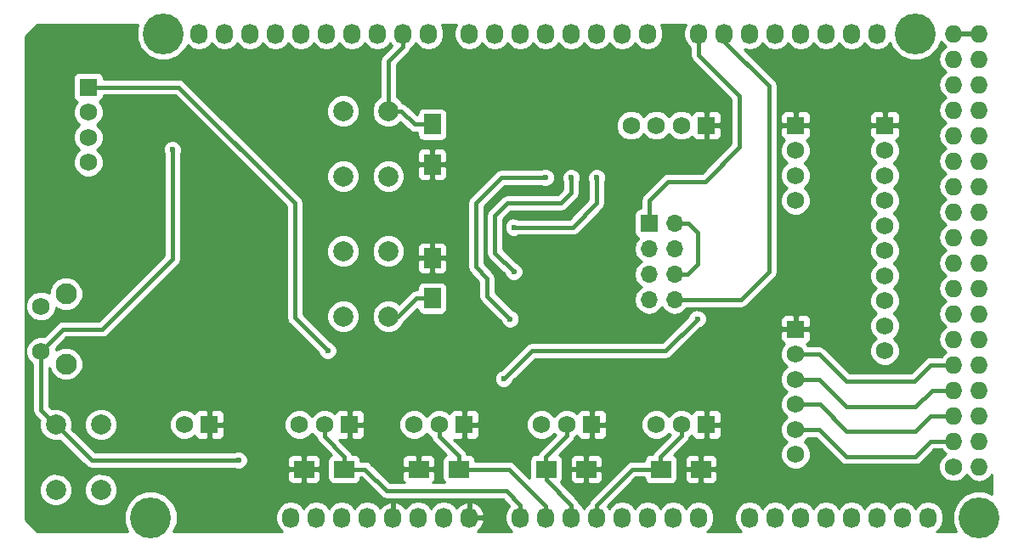
<source format=gbr>
G04 #@! TF.FileFunction,Copper,L2,Bot,Signal*
%FSLAX46Y46*%
G04 Gerber Fmt 4.6, Leading zero omitted, Abs format (unit mm)*
G04 Created by KiCad (PCBNEW 4.0.7) date 03/25/18 23:56:26*
%MOMM*%
%LPD*%
G01*
G04 APERTURE LIST*
%ADD10C,0.100000*%
%ADD11C,1.727200*%
%ADD12O,1.727200X1.727200*%
%ADD13O,1.727200X2.032000*%
%ADD14C,4.064000*%
%ADD15R,2.000000X1.700000*%
%ADD16C,2.100000*%
%ADD17C,1.750000*%
%ADD18R,1.700000X2.000000*%
%ADD19C,2.000000*%
%ADD20R,1.750000X1.750000*%
%ADD21R,1.700000X1.700000*%
%ADD22O,1.700000X1.700000*%
%ADD23C,0.600000*%
%ADD24C,0.400000*%
%ADD25C,0.254000*%
G04 APERTURE END LIST*
D10*
D11*
X197358000Y-114046000D03*
D12*
X199898000Y-114046000D03*
X197358000Y-111506000D03*
X199898000Y-111506000D03*
X197358000Y-108966000D03*
X199898000Y-108966000D03*
X197358000Y-106426000D03*
X199898000Y-106426000D03*
X197358000Y-103886000D03*
X199898000Y-103886000D03*
X197358000Y-101346000D03*
X199898000Y-101346000D03*
X197358000Y-98806000D03*
X199898000Y-98806000D03*
X197358000Y-96266000D03*
X199898000Y-96266000D03*
X197358000Y-93726000D03*
X199898000Y-93726000D03*
X197358000Y-91186000D03*
X199898000Y-91186000D03*
X197358000Y-88646000D03*
X199898000Y-88646000D03*
X197358000Y-86106000D03*
X199898000Y-86106000D03*
X197358000Y-83566000D03*
X199898000Y-83566000D03*
X197358000Y-81026000D03*
X199898000Y-81026000D03*
X197358000Y-78486000D03*
X199898000Y-78486000D03*
X197358000Y-75946000D03*
X199898000Y-75946000D03*
X197358000Y-73406000D03*
X199898000Y-73406000D03*
X197358000Y-70866000D03*
X199898000Y-70866000D03*
D13*
X131318000Y-119126000D03*
X133858000Y-119126000D03*
X136398000Y-119126000D03*
X138938000Y-119126000D03*
X141478000Y-119126000D03*
X144018000Y-119126000D03*
X146558000Y-119126000D03*
X149098000Y-119126000D03*
X154178000Y-119126000D03*
X156718000Y-119126000D03*
X159258000Y-119126000D03*
X161798000Y-119126000D03*
X164338000Y-119126000D03*
X166878000Y-119126000D03*
X169418000Y-119126000D03*
X171958000Y-119126000D03*
X177038000Y-119126000D03*
X179578000Y-119126000D03*
X182118000Y-119126000D03*
X184658000Y-119126000D03*
X187198000Y-119126000D03*
X189738000Y-119126000D03*
X192278000Y-119126000D03*
X194818000Y-119126000D03*
X122174000Y-70866000D03*
X124714000Y-70866000D03*
X127254000Y-70866000D03*
X129794000Y-70866000D03*
X132334000Y-70866000D03*
X134874000Y-70866000D03*
X137414000Y-70866000D03*
X139954000Y-70866000D03*
X142494000Y-70866000D03*
X145034000Y-70866000D03*
X149098000Y-70866000D03*
X151638000Y-70866000D03*
X154178000Y-70866000D03*
X156718000Y-70866000D03*
X159258000Y-70866000D03*
X161798000Y-70866000D03*
X164338000Y-70866000D03*
X166878000Y-70866000D03*
X171958000Y-70866000D03*
X174498000Y-70866000D03*
X177038000Y-70866000D03*
X179578000Y-70866000D03*
X182118000Y-70866000D03*
X184658000Y-70866000D03*
X187198000Y-70866000D03*
X189738000Y-70866000D03*
D14*
X117348000Y-119126000D03*
X199898000Y-119126000D03*
X118618000Y-70866000D03*
X193548000Y-70866000D03*
D15*
X136620000Y-114300000D03*
X132620000Y-114300000D03*
X148050000Y-114300000D03*
X144050000Y-114300000D03*
X156750000Y-114300000D03*
X160750000Y-114300000D03*
X168180000Y-114300000D03*
X172180000Y-114300000D03*
D16*
X108916000Y-103804000D03*
D17*
X106426000Y-102544000D03*
X106426000Y-98044000D03*
D16*
X108916000Y-96794000D03*
D18*
X145415000Y-97250000D03*
X145415000Y-93250000D03*
X145415000Y-79915000D03*
X145415000Y-83915000D03*
D19*
X141025000Y-99060000D03*
X136525000Y-99060000D03*
X141025000Y-92560000D03*
X136525000Y-92560000D03*
X141025000Y-85090000D03*
X136525000Y-85090000D03*
X141025000Y-78590000D03*
X136525000Y-78590000D03*
D20*
X190500000Y-80010000D03*
D17*
X190500000Y-82510000D03*
X190500000Y-85010000D03*
X190500000Y-87510000D03*
X190500000Y-90010000D03*
X190500000Y-92510000D03*
X190500000Y-95010000D03*
X190500000Y-97510000D03*
X190500000Y-100010000D03*
X190500000Y-102510000D03*
D20*
X137160000Y-109855000D03*
D17*
X134660000Y-109855000D03*
X132160000Y-109855000D03*
D20*
X148590000Y-109855000D03*
D17*
X146090000Y-109855000D03*
X143590000Y-109855000D03*
D20*
X181610000Y-100330000D03*
D17*
X181610000Y-102830000D03*
X181610000Y-105330000D03*
X181610000Y-107830000D03*
X181610000Y-110330000D03*
X181610000Y-112830000D03*
D20*
X161290000Y-109855000D03*
D17*
X158790000Y-109855000D03*
X156290000Y-109855000D03*
D20*
X172720000Y-109855000D03*
D17*
X170220000Y-109855000D03*
X167720000Y-109855000D03*
D20*
X181610000Y-80010000D03*
D17*
X181610000Y-82510000D03*
X181610000Y-85010000D03*
X181610000Y-87510000D03*
D20*
X172720000Y-80010000D03*
D17*
X170220000Y-80010000D03*
X167720000Y-80010000D03*
X165220000Y-80010000D03*
D19*
X107895000Y-109855000D03*
X112395000Y-109855000D03*
X107895000Y-116355000D03*
X112395000Y-116355000D03*
D21*
X167005000Y-89789000D03*
D22*
X169545000Y-89789000D03*
X167005000Y-92329000D03*
X169545000Y-92329000D03*
X167005000Y-94869000D03*
X169545000Y-94869000D03*
X167005000Y-97409000D03*
X169545000Y-97409000D03*
D20*
X123190000Y-109855000D03*
D17*
X120690000Y-109855000D03*
D20*
X111125000Y-76200000D03*
D17*
X111125000Y-78700000D03*
X111125000Y-81200000D03*
X111125000Y-83700000D03*
D23*
X153162000Y-99314000D03*
X156718000Y-85217000D03*
X159258000Y-85217000D03*
X153543000Y-94615000D03*
X161798000Y-85217000D03*
X153543000Y-90170000D03*
X135001000Y-102489000D03*
X152527000Y-105283000D03*
X171831000Y-99314000D03*
X126111000Y-113411000D03*
X119507000Y-82423000D03*
D24*
X142494000Y-70866000D02*
X142494000Y-72136000D01*
X141025000Y-73605000D02*
X141025000Y-78590000D01*
X142494000Y-72136000D02*
X141025000Y-73605000D01*
X141025000Y-78590000D02*
X142344000Y-78590000D01*
X143669000Y-79915000D02*
X145415000Y-79915000D01*
X142344000Y-78590000D02*
X143669000Y-79915000D01*
X141025000Y-99060000D02*
X141986000Y-99060000D01*
X141986000Y-99060000D02*
X143796000Y-97250000D01*
X143796000Y-97250000D02*
X145415000Y-97250000D01*
X150876000Y-97028000D02*
X153162000Y-99314000D01*
X150876000Y-95250000D02*
X150876000Y-97028000D01*
X149733000Y-94107000D02*
X150876000Y-95250000D01*
X149733000Y-87757000D02*
X149733000Y-94107000D01*
X152273000Y-85217000D02*
X149733000Y-87757000D01*
X156718000Y-85217000D02*
X152273000Y-85217000D01*
X159258000Y-85217000D02*
X159258000Y-86741000D01*
X159258000Y-86741000D02*
X158242000Y-87757000D01*
X151638000Y-92710000D02*
X153543000Y-94615000D01*
X151638000Y-89027000D02*
X151638000Y-92710000D01*
X152908000Y-87757000D02*
X151638000Y-89027000D01*
X158242000Y-87757000D02*
X152908000Y-87757000D01*
X161798000Y-87757000D02*
X161798000Y-85217000D01*
X159385000Y-90170000D02*
X153543000Y-90170000D01*
X161798000Y-87757000D02*
X159385000Y-90170000D01*
X120142000Y-76200000D02*
X111125000Y-76200000D01*
X131699000Y-87757000D02*
X120142000Y-76200000D01*
X131699000Y-99187000D02*
X131699000Y-87757000D01*
X135001000Y-102489000D02*
X131699000Y-99187000D01*
X155321000Y-102489000D02*
X152527000Y-105283000D01*
X168656000Y-102489000D02*
X155321000Y-102489000D01*
X171831000Y-99314000D02*
X168656000Y-102489000D01*
X169545000Y-89789000D02*
X170942000Y-89789000D01*
X170815000Y-94869000D02*
X169545000Y-94869000D01*
X171831000Y-93853000D02*
X170815000Y-94869000D01*
X171831000Y-90678000D02*
X171831000Y-93853000D01*
X170942000Y-89789000D02*
X171831000Y-90678000D01*
X171958000Y-70866000D02*
X171958000Y-73025000D01*
X167005000Y-87503000D02*
X167005000Y-89789000D01*
X168910000Y-85598000D02*
X167005000Y-87503000D01*
X172593000Y-85598000D02*
X168910000Y-85598000D01*
X176022000Y-82169000D02*
X172593000Y-85598000D01*
X176022000Y-77089000D02*
X176022000Y-82169000D01*
X171958000Y-73025000D02*
X176022000Y-77089000D01*
X174498000Y-70866000D02*
X174498000Y-71628000D01*
X174498000Y-71628000D02*
X178943000Y-76073000D01*
X176149000Y-97409000D02*
X169545000Y-97409000D01*
X178943000Y-94615000D02*
X176149000Y-97409000D01*
X178943000Y-76073000D02*
X178943000Y-94615000D01*
X174498000Y-70866000D02*
X174498000Y-71501000D01*
X154178000Y-119126000D02*
X154178000Y-117856000D01*
X138684000Y-114300000D02*
X136620000Y-114300000D01*
X140843000Y-116459000D02*
X138684000Y-114300000D01*
X152781000Y-116459000D02*
X140843000Y-116459000D01*
X154178000Y-117856000D02*
X152781000Y-116459000D01*
X134660000Y-109855000D02*
X134660000Y-111038000D01*
X136652000Y-113030000D02*
X136652000Y-114268000D01*
X134660000Y-111038000D02*
X136652000Y-113030000D01*
X136652000Y-114268000D02*
X136620000Y-114300000D01*
X146090000Y-109855000D02*
X146090000Y-111038000D01*
X148050000Y-112998000D02*
X148050000Y-114300000D01*
X146090000Y-111038000D02*
X148050000Y-112998000D01*
X156718000Y-119126000D02*
X156718000Y-117983000D01*
X153035000Y-114300000D02*
X148050000Y-114300000D01*
X156718000Y-117983000D02*
X153035000Y-114300000D01*
X181610000Y-102830000D02*
X183936000Y-102830000D01*
X195072000Y-103886000D02*
X197358000Y-103886000D01*
X193421000Y-105537000D02*
X195072000Y-103886000D01*
X186643000Y-105537000D02*
X193421000Y-105537000D01*
X183936000Y-102830000D02*
X186643000Y-105537000D01*
X181610000Y-105330000D02*
X183943000Y-105330000D01*
X195199000Y-106426000D02*
X197358000Y-106426000D01*
X193548000Y-108077000D02*
X195199000Y-106426000D01*
X186690000Y-108077000D02*
X193548000Y-108077000D01*
X183943000Y-105330000D02*
X186690000Y-108077000D01*
X181610000Y-107830000D02*
X184016000Y-107830000D01*
X195072000Y-108966000D02*
X197358000Y-108966000D01*
X193548000Y-110490000D02*
X195072000Y-108966000D01*
X186676000Y-110490000D02*
X193548000Y-110490000D01*
X184016000Y-107830000D02*
X186676000Y-110490000D01*
X181610000Y-110330000D02*
X183990000Y-110330000D01*
X195072000Y-111506000D02*
X197358000Y-111506000D01*
X193548000Y-113030000D02*
X195072000Y-111506000D01*
X186690000Y-113030000D02*
X193548000Y-113030000D01*
X183990000Y-110330000D02*
X186690000Y-113030000D01*
X158790000Y-109855000D02*
X158790000Y-110958000D01*
X156718000Y-113030000D02*
X156718000Y-114268000D01*
X158790000Y-110958000D02*
X156718000Y-113030000D01*
X156718000Y-114268000D02*
X156750000Y-114300000D01*
X159258000Y-119126000D02*
X159258000Y-117856000D01*
X156750000Y-115348000D02*
X156750000Y-114300000D01*
X159258000Y-117856000D02*
X156750000Y-115348000D01*
X170220000Y-109855000D02*
X170220000Y-110958000D01*
X168148000Y-113030000D02*
X168148000Y-114268000D01*
X170220000Y-110958000D02*
X168148000Y-113030000D01*
X168148000Y-114268000D02*
X168180000Y-114300000D01*
X161798000Y-119126000D02*
X161798000Y-117856000D01*
X165354000Y-114300000D02*
X168180000Y-114300000D01*
X161798000Y-117856000D02*
X165354000Y-114300000D01*
X111451000Y-113411000D02*
X107895000Y-109855000D01*
X126111000Y-113411000D02*
X111451000Y-113411000D01*
X106426000Y-102544000D02*
X106426000Y-108386000D01*
X106426000Y-108386000D02*
X107895000Y-109855000D01*
X108640000Y-100330000D02*
X106426000Y-102544000D01*
X112522000Y-100330000D02*
X108640000Y-100330000D01*
X119507000Y-93345000D02*
X112522000Y-100330000D01*
X119507000Y-82423000D02*
X119507000Y-93345000D01*
D25*
G36*
X115951464Y-70333173D02*
X115950538Y-71394172D01*
X116355709Y-72374761D01*
X117105293Y-73125655D01*
X118085173Y-73532536D01*
X119146172Y-73533462D01*
X120126761Y-73128291D01*
X120877655Y-72378707D01*
X121037071Y-71994789D01*
X121114330Y-72110415D01*
X121600511Y-72435271D01*
X122174000Y-72549345D01*
X122747489Y-72435271D01*
X123233670Y-72110415D01*
X123444000Y-71795634D01*
X123654330Y-72110415D01*
X124140511Y-72435271D01*
X124714000Y-72549345D01*
X125287489Y-72435271D01*
X125773670Y-72110415D01*
X125984000Y-71795634D01*
X126194330Y-72110415D01*
X126680511Y-72435271D01*
X127254000Y-72549345D01*
X127827489Y-72435271D01*
X128313670Y-72110415D01*
X128524000Y-71795634D01*
X128734330Y-72110415D01*
X129220511Y-72435271D01*
X129794000Y-72549345D01*
X130367489Y-72435271D01*
X130853670Y-72110415D01*
X131064000Y-71795634D01*
X131274330Y-72110415D01*
X131760511Y-72435271D01*
X132334000Y-72549345D01*
X132907489Y-72435271D01*
X133393670Y-72110415D01*
X133604000Y-71795634D01*
X133814330Y-72110415D01*
X134300511Y-72435271D01*
X134874000Y-72549345D01*
X135447489Y-72435271D01*
X135933670Y-72110415D01*
X136144000Y-71795634D01*
X136354330Y-72110415D01*
X136840511Y-72435271D01*
X137414000Y-72549345D01*
X137987489Y-72435271D01*
X138473670Y-72110415D01*
X138684000Y-71795634D01*
X138894330Y-72110415D01*
X139380511Y-72435271D01*
X139954000Y-72549345D01*
X140527489Y-72435271D01*
X141013670Y-72110415D01*
X141224000Y-71795634D01*
X141396033Y-72053099D01*
X140434566Y-73014566D01*
X140253561Y-73285459D01*
X140190000Y-73605000D01*
X140190000Y-77165942D01*
X140100057Y-77203106D01*
X139639722Y-77662637D01*
X139390284Y-78263352D01*
X139389716Y-78913795D01*
X139638106Y-79514943D01*
X140097637Y-79975278D01*
X140698352Y-80224716D01*
X141348795Y-80225284D01*
X141949943Y-79976894D01*
X142250247Y-79677115D01*
X143078566Y-80505434D01*
X143349459Y-80686439D01*
X143669000Y-80750000D01*
X143917560Y-80750000D01*
X143917560Y-80915000D01*
X143961838Y-81150317D01*
X144100910Y-81366441D01*
X144313110Y-81511431D01*
X144565000Y-81562440D01*
X146265000Y-81562440D01*
X146500317Y-81518162D01*
X146716441Y-81379090D01*
X146861431Y-81166890D01*
X146912440Y-80915000D01*
X146912440Y-80309040D01*
X163709738Y-80309040D01*
X163939138Y-80864229D01*
X164363537Y-81289370D01*
X164918325Y-81519738D01*
X165519040Y-81520262D01*
X166074229Y-81290862D01*
X166470318Y-80895464D01*
X166863537Y-81289370D01*
X167418325Y-81519738D01*
X168019040Y-81520262D01*
X168574229Y-81290862D01*
X168970318Y-80895464D01*
X169363537Y-81289370D01*
X169918325Y-81519738D01*
X170519040Y-81520262D01*
X171074229Y-81290862D01*
X171252203Y-81113198D01*
X171306673Y-81244699D01*
X171485302Y-81423327D01*
X171718691Y-81520000D01*
X172434250Y-81520000D01*
X172593000Y-81361250D01*
X172593000Y-80137000D01*
X172847000Y-80137000D01*
X172847000Y-81361250D01*
X173005750Y-81520000D01*
X173721309Y-81520000D01*
X173954698Y-81423327D01*
X174133327Y-81244699D01*
X174230000Y-81011310D01*
X174230000Y-80295750D01*
X174071250Y-80137000D01*
X172847000Y-80137000D01*
X172593000Y-80137000D01*
X172573000Y-80137000D01*
X172573000Y-79883000D01*
X172593000Y-79883000D01*
X172593000Y-78658750D01*
X172847000Y-78658750D01*
X172847000Y-79883000D01*
X174071250Y-79883000D01*
X174230000Y-79724250D01*
X174230000Y-79008690D01*
X174133327Y-78775301D01*
X173954698Y-78596673D01*
X173721309Y-78500000D01*
X173005750Y-78500000D01*
X172847000Y-78658750D01*
X172593000Y-78658750D01*
X172434250Y-78500000D01*
X171718691Y-78500000D01*
X171485302Y-78596673D01*
X171306673Y-78775301D01*
X171252240Y-78906714D01*
X171076463Y-78730630D01*
X170521675Y-78500262D01*
X169920960Y-78499738D01*
X169365771Y-78729138D01*
X168969682Y-79124536D01*
X168576463Y-78730630D01*
X168021675Y-78500262D01*
X167420960Y-78499738D01*
X166865771Y-78729138D01*
X166469682Y-79124536D01*
X166076463Y-78730630D01*
X165521675Y-78500262D01*
X164920960Y-78499738D01*
X164365771Y-78729138D01*
X163940630Y-79153537D01*
X163710262Y-79708325D01*
X163709738Y-80309040D01*
X146912440Y-80309040D01*
X146912440Y-78915000D01*
X146868162Y-78679683D01*
X146729090Y-78463559D01*
X146516890Y-78318569D01*
X146265000Y-78267560D01*
X144565000Y-78267560D01*
X144329683Y-78311838D01*
X144113559Y-78450910D01*
X143968569Y-78663110D01*
X143917560Y-78915000D01*
X143917560Y-78982692D01*
X142934434Y-77999566D01*
X142663541Y-77818561D01*
X142458466Y-77777769D01*
X142411894Y-77665057D01*
X141952363Y-77204722D01*
X141860000Y-77166370D01*
X141860000Y-73950868D01*
X143084434Y-72726434D01*
X143265440Y-72455540D01*
X143300432Y-72279624D01*
X143553670Y-72110415D01*
X143764000Y-71795634D01*
X143974330Y-72110415D01*
X144460511Y-72435271D01*
X145034000Y-72549345D01*
X145607489Y-72435271D01*
X146093670Y-72110415D01*
X146418526Y-71624234D01*
X146532600Y-71050745D01*
X146532600Y-70681255D01*
X146418526Y-70107766D01*
X146331151Y-69977000D01*
X147800849Y-69977000D01*
X147713474Y-70107766D01*
X147599400Y-70681255D01*
X147599400Y-71050745D01*
X147713474Y-71624234D01*
X148038330Y-72110415D01*
X148524511Y-72435271D01*
X149098000Y-72549345D01*
X149671489Y-72435271D01*
X150157670Y-72110415D01*
X150368000Y-71795634D01*
X150578330Y-72110415D01*
X151064511Y-72435271D01*
X151638000Y-72549345D01*
X152211489Y-72435271D01*
X152697670Y-72110415D01*
X152908000Y-71795634D01*
X153118330Y-72110415D01*
X153604511Y-72435271D01*
X154178000Y-72549345D01*
X154751489Y-72435271D01*
X155237670Y-72110415D01*
X155448000Y-71795634D01*
X155658330Y-72110415D01*
X156144511Y-72435271D01*
X156718000Y-72549345D01*
X157291489Y-72435271D01*
X157777670Y-72110415D01*
X157988000Y-71795634D01*
X158198330Y-72110415D01*
X158684511Y-72435271D01*
X159258000Y-72549345D01*
X159831489Y-72435271D01*
X160317670Y-72110415D01*
X160528000Y-71795634D01*
X160738330Y-72110415D01*
X161224511Y-72435271D01*
X161798000Y-72549345D01*
X162371489Y-72435271D01*
X162857670Y-72110415D01*
X163068000Y-71795634D01*
X163278330Y-72110415D01*
X163764511Y-72435271D01*
X164338000Y-72549345D01*
X164911489Y-72435271D01*
X165397670Y-72110415D01*
X165608000Y-71795634D01*
X165818330Y-72110415D01*
X166304511Y-72435271D01*
X166878000Y-72549345D01*
X167451489Y-72435271D01*
X167937670Y-72110415D01*
X168262526Y-71624234D01*
X168376600Y-71050745D01*
X168376600Y-70681255D01*
X168262526Y-70107766D01*
X168175151Y-69977000D01*
X170660849Y-69977000D01*
X170573474Y-70107766D01*
X170459400Y-70681255D01*
X170459400Y-71050745D01*
X170573474Y-71624234D01*
X170898330Y-72110415D01*
X171123000Y-72260535D01*
X171123000Y-73025000D01*
X171186561Y-73344541D01*
X171312794Y-73533462D01*
X171367566Y-73615434D01*
X175187000Y-77434868D01*
X175187000Y-81823132D01*
X172247132Y-84763000D01*
X168910000Y-84763000D01*
X168590459Y-84826561D01*
X168361764Y-84979370D01*
X168319566Y-85007566D01*
X166414566Y-86912566D01*
X166233561Y-87183459D01*
X166170000Y-87503000D01*
X166170000Y-88291560D01*
X166155000Y-88291560D01*
X165919683Y-88335838D01*
X165703559Y-88474910D01*
X165558569Y-88687110D01*
X165507560Y-88939000D01*
X165507560Y-90639000D01*
X165551838Y-90874317D01*
X165690910Y-91090441D01*
X165903110Y-91235431D01*
X165970541Y-91249086D01*
X165925853Y-91278946D01*
X165603946Y-91760715D01*
X165490907Y-92329000D01*
X165603946Y-92897285D01*
X165925853Y-93379054D01*
X166255026Y-93599000D01*
X165925853Y-93818946D01*
X165603946Y-94300715D01*
X165490907Y-94869000D01*
X165603946Y-95437285D01*
X165925853Y-95919054D01*
X166255026Y-96139000D01*
X165925853Y-96358946D01*
X165603946Y-96840715D01*
X165490907Y-97409000D01*
X165603946Y-97977285D01*
X165925853Y-98459054D01*
X166407622Y-98780961D01*
X166975907Y-98894000D01*
X167034093Y-98894000D01*
X167602378Y-98780961D01*
X168084147Y-98459054D01*
X168275000Y-98173422D01*
X168465853Y-98459054D01*
X168947622Y-98780961D01*
X169515907Y-98894000D01*
X169574093Y-98894000D01*
X170142378Y-98780961D01*
X170624147Y-98459054D01*
X170767841Y-98244000D01*
X176149000Y-98244000D01*
X176468541Y-98180439D01*
X176739434Y-97999434D01*
X179533434Y-95205434D01*
X179714440Y-94934540D01*
X179778000Y-94615000D01*
X179778000Y-82809040D01*
X180099738Y-82809040D01*
X180329138Y-83364229D01*
X180724536Y-83760318D01*
X180330630Y-84153537D01*
X180100262Y-84708325D01*
X180099738Y-85309040D01*
X180329138Y-85864229D01*
X180724536Y-86260318D01*
X180330630Y-86653537D01*
X180100262Y-87208325D01*
X180099738Y-87809040D01*
X180329138Y-88364229D01*
X180753537Y-88789370D01*
X181308325Y-89019738D01*
X181909040Y-89020262D01*
X182464229Y-88790862D01*
X182889370Y-88366463D01*
X183119738Y-87811675D01*
X183120262Y-87210960D01*
X182890862Y-86655771D01*
X182495464Y-86259682D01*
X182889370Y-85866463D01*
X183119738Y-85311675D01*
X183120262Y-84710960D01*
X182890862Y-84155771D01*
X182495464Y-83759682D01*
X182889370Y-83366463D01*
X183119738Y-82811675D01*
X183119740Y-82809040D01*
X188989738Y-82809040D01*
X189219138Y-83364229D01*
X189614536Y-83760318D01*
X189220630Y-84153537D01*
X188990262Y-84708325D01*
X188989738Y-85309040D01*
X189219138Y-85864229D01*
X189614536Y-86260318D01*
X189220630Y-86653537D01*
X188990262Y-87208325D01*
X188989738Y-87809040D01*
X189219138Y-88364229D01*
X189614536Y-88760318D01*
X189220630Y-89153537D01*
X188990262Y-89708325D01*
X188989738Y-90309040D01*
X189219138Y-90864229D01*
X189614536Y-91260318D01*
X189220630Y-91653537D01*
X188990262Y-92208325D01*
X188989738Y-92809040D01*
X189219138Y-93364229D01*
X189614536Y-93760318D01*
X189220630Y-94153537D01*
X188990262Y-94708325D01*
X188989738Y-95309040D01*
X189219138Y-95864229D01*
X189614536Y-96260318D01*
X189220630Y-96653537D01*
X188990262Y-97208325D01*
X188989738Y-97809040D01*
X189219138Y-98364229D01*
X189614536Y-98760318D01*
X189220630Y-99153537D01*
X188990262Y-99708325D01*
X188989738Y-100309040D01*
X189219138Y-100864229D01*
X189614536Y-101260318D01*
X189220630Y-101653537D01*
X188990262Y-102208325D01*
X188989738Y-102809040D01*
X189219138Y-103364229D01*
X189643537Y-103789370D01*
X190198325Y-104019738D01*
X190799040Y-104020262D01*
X191354229Y-103790862D01*
X191779370Y-103366463D01*
X192009738Y-102811675D01*
X192010262Y-102210960D01*
X191780862Y-101655771D01*
X191385464Y-101259682D01*
X191779370Y-100866463D01*
X192009738Y-100311675D01*
X192010262Y-99710960D01*
X191780862Y-99155771D01*
X191385464Y-98759682D01*
X191779370Y-98366463D01*
X192009738Y-97811675D01*
X192010262Y-97210960D01*
X191780862Y-96655771D01*
X191385464Y-96259682D01*
X191779370Y-95866463D01*
X192009738Y-95311675D01*
X192010262Y-94710960D01*
X191780862Y-94155771D01*
X191385464Y-93759682D01*
X191779370Y-93366463D01*
X192009738Y-92811675D01*
X192010262Y-92210960D01*
X191780862Y-91655771D01*
X191385464Y-91259682D01*
X191779370Y-90866463D01*
X192009738Y-90311675D01*
X192010262Y-89710960D01*
X191780862Y-89155771D01*
X191385464Y-88759682D01*
X191779370Y-88366463D01*
X192009738Y-87811675D01*
X192010262Y-87210960D01*
X191780862Y-86655771D01*
X191385464Y-86259682D01*
X191779370Y-85866463D01*
X192009738Y-85311675D01*
X192010262Y-84710960D01*
X191780862Y-84155771D01*
X191385464Y-83759682D01*
X191779370Y-83366463D01*
X192009738Y-82811675D01*
X192010262Y-82210960D01*
X191780862Y-81655771D01*
X191603198Y-81477797D01*
X191734699Y-81423327D01*
X191913327Y-81244698D01*
X192010000Y-81011309D01*
X192010000Y-80295750D01*
X191851250Y-80137000D01*
X190627000Y-80137000D01*
X190627000Y-80157000D01*
X190373000Y-80157000D01*
X190373000Y-80137000D01*
X189148750Y-80137000D01*
X188990000Y-80295750D01*
X188990000Y-81011309D01*
X189086673Y-81244698D01*
X189265301Y-81423327D01*
X189396714Y-81477760D01*
X189220630Y-81653537D01*
X188990262Y-82208325D01*
X188989738Y-82809040D01*
X183119740Y-82809040D01*
X183120262Y-82210960D01*
X182890862Y-81655771D01*
X182713198Y-81477797D01*
X182844699Y-81423327D01*
X183023327Y-81244698D01*
X183120000Y-81011309D01*
X183120000Y-80295750D01*
X182961250Y-80137000D01*
X181737000Y-80137000D01*
X181737000Y-80157000D01*
X181483000Y-80157000D01*
X181483000Y-80137000D01*
X180258750Y-80137000D01*
X180100000Y-80295750D01*
X180100000Y-81011309D01*
X180196673Y-81244698D01*
X180375301Y-81423327D01*
X180506714Y-81477760D01*
X180330630Y-81653537D01*
X180100262Y-82208325D01*
X180099738Y-82809040D01*
X179778000Y-82809040D01*
X179778000Y-79008691D01*
X180100000Y-79008691D01*
X180100000Y-79724250D01*
X180258750Y-79883000D01*
X181483000Y-79883000D01*
X181483000Y-78658750D01*
X181737000Y-78658750D01*
X181737000Y-79883000D01*
X182961250Y-79883000D01*
X183120000Y-79724250D01*
X183120000Y-79008691D01*
X188990000Y-79008691D01*
X188990000Y-79724250D01*
X189148750Y-79883000D01*
X190373000Y-79883000D01*
X190373000Y-78658750D01*
X190627000Y-78658750D01*
X190627000Y-79883000D01*
X191851250Y-79883000D01*
X192010000Y-79724250D01*
X192010000Y-79008691D01*
X191913327Y-78775302D01*
X191734699Y-78596673D01*
X191501310Y-78500000D01*
X190785750Y-78500000D01*
X190627000Y-78658750D01*
X190373000Y-78658750D01*
X190214250Y-78500000D01*
X189498690Y-78500000D01*
X189265301Y-78596673D01*
X189086673Y-78775302D01*
X188990000Y-79008691D01*
X183120000Y-79008691D01*
X183023327Y-78775302D01*
X182844699Y-78596673D01*
X182611310Y-78500000D01*
X181895750Y-78500000D01*
X181737000Y-78658750D01*
X181483000Y-78658750D01*
X181324250Y-78500000D01*
X180608690Y-78500000D01*
X180375301Y-78596673D01*
X180196673Y-78775302D01*
X180100000Y-79008691D01*
X179778000Y-79008691D01*
X179778000Y-76073000D01*
X179714439Y-75753459D01*
X179533434Y-75482566D01*
X176491509Y-72440641D01*
X177038000Y-72549345D01*
X177611489Y-72435271D01*
X178097670Y-72110415D01*
X178308000Y-71795634D01*
X178518330Y-72110415D01*
X179004511Y-72435271D01*
X179578000Y-72549345D01*
X180151489Y-72435271D01*
X180637670Y-72110415D01*
X180848000Y-71795634D01*
X181058330Y-72110415D01*
X181544511Y-72435271D01*
X182118000Y-72549345D01*
X182691489Y-72435271D01*
X183177670Y-72110415D01*
X183388000Y-71795634D01*
X183598330Y-72110415D01*
X184084511Y-72435271D01*
X184658000Y-72549345D01*
X185231489Y-72435271D01*
X185717670Y-72110415D01*
X185928000Y-71795634D01*
X186138330Y-72110415D01*
X186624511Y-72435271D01*
X187198000Y-72549345D01*
X187771489Y-72435271D01*
X188257670Y-72110415D01*
X188468000Y-71795634D01*
X188678330Y-72110415D01*
X189164511Y-72435271D01*
X189738000Y-72549345D01*
X190311489Y-72435271D01*
X190797670Y-72110415D01*
X191031739Y-71760106D01*
X191285709Y-72374761D01*
X192035293Y-73125655D01*
X193015173Y-73532536D01*
X194076172Y-73533462D01*
X195056761Y-73128291D01*
X195807655Y-72378707D01*
X196106466Y-71659088D01*
X196151179Y-71754490D01*
X196569161Y-72136008D01*
X196298330Y-72316971D01*
X195973474Y-72803152D01*
X195859400Y-73376641D01*
X195859400Y-73435359D01*
X195973474Y-74008848D01*
X196298330Y-74495029D01*
X196569172Y-74676000D01*
X196298330Y-74856971D01*
X195973474Y-75343152D01*
X195859400Y-75916641D01*
X195859400Y-75975359D01*
X195973474Y-76548848D01*
X196298330Y-77035029D01*
X196569172Y-77216000D01*
X196298330Y-77396971D01*
X195973474Y-77883152D01*
X195859400Y-78456641D01*
X195859400Y-78515359D01*
X195973474Y-79088848D01*
X196298330Y-79575029D01*
X196569172Y-79756000D01*
X196298330Y-79936971D01*
X195973474Y-80423152D01*
X195859400Y-80996641D01*
X195859400Y-81055359D01*
X195973474Y-81628848D01*
X196298330Y-82115029D01*
X196569172Y-82296000D01*
X196298330Y-82476971D01*
X195973474Y-82963152D01*
X195859400Y-83536641D01*
X195859400Y-83595359D01*
X195973474Y-84168848D01*
X196298330Y-84655029D01*
X196569172Y-84836000D01*
X196298330Y-85016971D01*
X195973474Y-85503152D01*
X195859400Y-86076641D01*
X195859400Y-86135359D01*
X195973474Y-86708848D01*
X196298330Y-87195029D01*
X196569172Y-87376000D01*
X196298330Y-87556971D01*
X195973474Y-88043152D01*
X195859400Y-88616641D01*
X195859400Y-88675359D01*
X195973474Y-89248848D01*
X196298330Y-89735029D01*
X196569172Y-89916000D01*
X196298330Y-90096971D01*
X195973474Y-90583152D01*
X195859400Y-91156641D01*
X195859400Y-91215359D01*
X195973474Y-91788848D01*
X196298330Y-92275029D01*
X196569172Y-92456000D01*
X196298330Y-92636971D01*
X195973474Y-93123152D01*
X195859400Y-93696641D01*
X195859400Y-93755359D01*
X195973474Y-94328848D01*
X196298330Y-94815029D01*
X196569172Y-94996000D01*
X196298330Y-95176971D01*
X195973474Y-95663152D01*
X195859400Y-96236641D01*
X195859400Y-96295359D01*
X195973474Y-96868848D01*
X196298330Y-97355029D01*
X196569172Y-97536000D01*
X196298330Y-97716971D01*
X195973474Y-98203152D01*
X195859400Y-98776641D01*
X195859400Y-98835359D01*
X195973474Y-99408848D01*
X196298330Y-99895029D01*
X196569172Y-100076000D01*
X196298330Y-100256971D01*
X195973474Y-100743152D01*
X195859400Y-101316641D01*
X195859400Y-101375359D01*
X195973474Y-101948848D01*
X196298330Y-102435029D01*
X196569172Y-102616000D01*
X196298330Y-102796971D01*
X196128593Y-103051000D01*
X195072000Y-103051000D01*
X194752460Y-103114560D01*
X194481566Y-103295566D01*
X193075132Y-104702000D01*
X186988868Y-104702000D01*
X184526434Y-102239566D01*
X184483622Y-102210960D01*
X184255541Y-102058561D01*
X183936000Y-101995000D01*
X182898807Y-101995000D01*
X182890862Y-101975771D01*
X182713198Y-101797797D01*
X182844699Y-101743327D01*
X183023327Y-101564698D01*
X183120000Y-101331309D01*
X183120000Y-100615750D01*
X182961250Y-100457000D01*
X181737000Y-100457000D01*
X181737000Y-100477000D01*
X181483000Y-100477000D01*
X181483000Y-100457000D01*
X180258750Y-100457000D01*
X180100000Y-100615750D01*
X180100000Y-101331309D01*
X180196673Y-101564698D01*
X180375301Y-101743327D01*
X180506714Y-101797760D01*
X180330630Y-101973537D01*
X180100262Y-102528325D01*
X180099738Y-103129040D01*
X180329138Y-103684229D01*
X180724536Y-104080318D01*
X180330630Y-104473537D01*
X180100262Y-105028325D01*
X180099738Y-105629040D01*
X180329138Y-106184229D01*
X180724536Y-106580318D01*
X180330630Y-106973537D01*
X180100262Y-107528325D01*
X180099738Y-108129040D01*
X180329138Y-108684229D01*
X180724536Y-109080318D01*
X180330630Y-109473537D01*
X180100262Y-110028325D01*
X180099738Y-110629040D01*
X180329138Y-111184229D01*
X180724536Y-111580318D01*
X180330630Y-111973537D01*
X180100262Y-112528325D01*
X180099738Y-113129040D01*
X180329138Y-113684229D01*
X180753537Y-114109370D01*
X181308325Y-114339738D01*
X181909040Y-114340262D01*
X182464229Y-114110862D01*
X182889370Y-113686463D01*
X183119738Y-113131675D01*
X183120262Y-112530960D01*
X182890862Y-111975771D01*
X182495464Y-111579682D01*
X182889370Y-111186463D01*
X182898282Y-111165000D01*
X183644132Y-111165000D01*
X186099566Y-113620434D01*
X186370460Y-113801440D01*
X186690000Y-113865000D01*
X193548000Y-113865000D01*
X193867541Y-113801439D01*
X194138434Y-113620434D01*
X195417868Y-112341000D01*
X196128593Y-112341000D01*
X196298330Y-112595029D01*
X196545544Y-112760212D01*
X196510220Y-112774808D01*
X196088290Y-113196003D01*
X195859661Y-113746602D01*
X195859141Y-114342782D01*
X196086808Y-114893780D01*
X196508003Y-115315710D01*
X197058602Y-115544339D01*
X197654782Y-115544859D01*
X198205780Y-115317192D01*
X198627710Y-114895997D01*
X198647220Y-114849012D01*
X198838330Y-115135029D01*
X199324511Y-115459885D01*
X199898000Y-115573959D01*
X200471489Y-115459885D01*
X200957670Y-115135029D01*
X201168000Y-114820248D01*
X201168000Y-116765564D01*
X200430827Y-116459464D01*
X199369828Y-116458538D01*
X198389239Y-116863709D01*
X197638345Y-117613293D01*
X197231464Y-118593173D01*
X197230538Y-119654172D01*
X197589530Y-120523000D01*
X195649311Y-120523000D01*
X195877670Y-120370415D01*
X196202526Y-119884234D01*
X196316600Y-119310745D01*
X196316600Y-118941255D01*
X196202526Y-118367766D01*
X195877670Y-117881585D01*
X195391489Y-117556729D01*
X194818000Y-117442655D01*
X194244511Y-117556729D01*
X193758330Y-117881585D01*
X193548000Y-118196366D01*
X193337670Y-117881585D01*
X192851489Y-117556729D01*
X192278000Y-117442655D01*
X191704511Y-117556729D01*
X191218330Y-117881585D01*
X191008000Y-118196366D01*
X190797670Y-117881585D01*
X190311489Y-117556729D01*
X189738000Y-117442655D01*
X189164511Y-117556729D01*
X188678330Y-117881585D01*
X188468000Y-118196366D01*
X188257670Y-117881585D01*
X187771489Y-117556729D01*
X187198000Y-117442655D01*
X186624511Y-117556729D01*
X186138330Y-117881585D01*
X185928000Y-118196366D01*
X185717670Y-117881585D01*
X185231489Y-117556729D01*
X184658000Y-117442655D01*
X184084511Y-117556729D01*
X183598330Y-117881585D01*
X183388000Y-118196366D01*
X183177670Y-117881585D01*
X182691489Y-117556729D01*
X182118000Y-117442655D01*
X181544511Y-117556729D01*
X181058330Y-117881585D01*
X180848000Y-118196366D01*
X180637670Y-117881585D01*
X180151489Y-117556729D01*
X179578000Y-117442655D01*
X179004511Y-117556729D01*
X178518330Y-117881585D01*
X178308000Y-118196366D01*
X178097670Y-117881585D01*
X177611489Y-117556729D01*
X177038000Y-117442655D01*
X176464511Y-117556729D01*
X175978330Y-117881585D01*
X175653474Y-118367766D01*
X175539400Y-118941255D01*
X175539400Y-119310745D01*
X175653474Y-119884234D01*
X175978330Y-120370415D01*
X176206689Y-120523000D01*
X172789311Y-120523000D01*
X173017670Y-120370415D01*
X173342526Y-119884234D01*
X173456600Y-119310745D01*
X173456600Y-118941255D01*
X173342526Y-118367766D01*
X173017670Y-117881585D01*
X172531489Y-117556729D01*
X171958000Y-117442655D01*
X171384511Y-117556729D01*
X170898330Y-117881585D01*
X170688000Y-118196366D01*
X170477670Y-117881585D01*
X169991489Y-117556729D01*
X169418000Y-117442655D01*
X168844511Y-117556729D01*
X168358330Y-117881585D01*
X168148000Y-118196366D01*
X167937670Y-117881585D01*
X167451489Y-117556729D01*
X166878000Y-117442655D01*
X166304511Y-117556729D01*
X165818330Y-117881585D01*
X165608000Y-118196366D01*
X165397670Y-117881585D01*
X164911489Y-117556729D01*
X164338000Y-117442655D01*
X163764511Y-117556729D01*
X163278330Y-117881585D01*
X163068000Y-118196366D01*
X162895967Y-117938901D01*
X165699868Y-115135000D01*
X166532560Y-115135000D01*
X166532560Y-115150000D01*
X166576838Y-115385317D01*
X166715910Y-115601441D01*
X166928110Y-115746431D01*
X167180000Y-115797440D01*
X169180000Y-115797440D01*
X169415317Y-115753162D01*
X169631441Y-115614090D01*
X169776431Y-115401890D01*
X169827440Y-115150000D01*
X169827440Y-114585750D01*
X170545000Y-114585750D01*
X170545000Y-115276310D01*
X170641673Y-115509699D01*
X170820302Y-115688327D01*
X171053691Y-115785000D01*
X171894250Y-115785000D01*
X172053000Y-115626250D01*
X172053000Y-114427000D01*
X172307000Y-114427000D01*
X172307000Y-115626250D01*
X172465750Y-115785000D01*
X173306309Y-115785000D01*
X173539698Y-115688327D01*
X173718327Y-115509699D01*
X173815000Y-115276310D01*
X173815000Y-114585750D01*
X173656250Y-114427000D01*
X172307000Y-114427000D01*
X172053000Y-114427000D01*
X170703750Y-114427000D01*
X170545000Y-114585750D01*
X169827440Y-114585750D01*
X169827440Y-113450000D01*
X169803674Y-113323690D01*
X170545000Y-113323690D01*
X170545000Y-114014250D01*
X170703750Y-114173000D01*
X172053000Y-114173000D01*
X172053000Y-112973750D01*
X172307000Y-112973750D01*
X172307000Y-114173000D01*
X173656250Y-114173000D01*
X173815000Y-114014250D01*
X173815000Y-113323690D01*
X173718327Y-113090301D01*
X173539698Y-112911673D01*
X173306309Y-112815000D01*
X172465750Y-112815000D01*
X172307000Y-112973750D01*
X172053000Y-112973750D01*
X171894250Y-112815000D01*
X171053691Y-112815000D01*
X170820302Y-112911673D01*
X170641673Y-113090301D01*
X170545000Y-113323690D01*
X169803674Y-113323690D01*
X169783162Y-113214683D01*
X169644090Y-112998559D01*
X169475501Y-112883367D01*
X170810435Y-111548434D01*
X170991440Y-111277540D01*
X171014731Y-111160446D01*
X171074229Y-111135862D01*
X171252203Y-110958198D01*
X171306673Y-111089699D01*
X171485302Y-111268327D01*
X171718691Y-111365000D01*
X172434250Y-111365000D01*
X172593000Y-111206250D01*
X172593000Y-109982000D01*
X172847000Y-109982000D01*
X172847000Y-111206250D01*
X173005750Y-111365000D01*
X173721309Y-111365000D01*
X173954698Y-111268327D01*
X174133327Y-111089699D01*
X174230000Y-110856310D01*
X174230000Y-110140750D01*
X174071250Y-109982000D01*
X172847000Y-109982000D01*
X172593000Y-109982000D01*
X172573000Y-109982000D01*
X172573000Y-109728000D01*
X172593000Y-109728000D01*
X172593000Y-108503750D01*
X172847000Y-108503750D01*
X172847000Y-109728000D01*
X174071250Y-109728000D01*
X174230000Y-109569250D01*
X174230000Y-108853690D01*
X174133327Y-108620301D01*
X173954698Y-108441673D01*
X173721309Y-108345000D01*
X173005750Y-108345000D01*
X172847000Y-108503750D01*
X172593000Y-108503750D01*
X172434250Y-108345000D01*
X171718691Y-108345000D01*
X171485302Y-108441673D01*
X171306673Y-108620301D01*
X171252240Y-108751714D01*
X171076463Y-108575630D01*
X170521675Y-108345262D01*
X169920960Y-108344738D01*
X169365771Y-108574138D01*
X168969682Y-108969536D01*
X168576463Y-108575630D01*
X168021675Y-108345262D01*
X167420960Y-108344738D01*
X166865771Y-108574138D01*
X166440630Y-108998537D01*
X166210262Y-109553325D01*
X166209738Y-110154040D01*
X166439138Y-110709229D01*
X166863537Y-111134370D01*
X167418325Y-111364738D01*
X168019040Y-111365262D01*
X168574229Y-111135862D01*
X168970318Y-110740464D01*
X169113368Y-110883763D01*
X167557566Y-112439566D01*
X167376561Y-112710459D01*
X167358241Y-112802560D01*
X167180000Y-112802560D01*
X166944683Y-112846838D01*
X166728559Y-112985910D01*
X166583569Y-113198110D01*
X166532560Y-113450000D01*
X166532560Y-113465000D01*
X165354000Y-113465000D01*
X165034459Y-113528561D01*
X164798142Y-113686463D01*
X164763566Y-113709566D01*
X161207566Y-117265566D01*
X161026561Y-117536459D01*
X160991569Y-117712376D01*
X160738330Y-117881585D01*
X160528000Y-118196366D01*
X160317670Y-117881585D01*
X160064432Y-117712376D01*
X160029440Y-117536460D01*
X159848434Y-117265566D01*
X158198713Y-115615845D01*
X158201441Y-115614090D01*
X158346431Y-115401890D01*
X158397440Y-115150000D01*
X158397440Y-114585750D01*
X159115000Y-114585750D01*
X159115000Y-115276310D01*
X159211673Y-115509699D01*
X159390302Y-115688327D01*
X159623691Y-115785000D01*
X160464250Y-115785000D01*
X160623000Y-115626250D01*
X160623000Y-114427000D01*
X160877000Y-114427000D01*
X160877000Y-115626250D01*
X161035750Y-115785000D01*
X161876309Y-115785000D01*
X162109698Y-115688327D01*
X162288327Y-115509699D01*
X162385000Y-115276310D01*
X162385000Y-114585750D01*
X162226250Y-114427000D01*
X160877000Y-114427000D01*
X160623000Y-114427000D01*
X159273750Y-114427000D01*
X159115000Y-114585750D01*
X158397440Y-114585750D01*
X158397440Y-113450000D01*
X158373674Y-113323690D01*
X159115000Y-113323690D01*
X159115000Y-114014250D01*
X159273750Y-114173000D01*
X160623000Y-114173000D01*
X160623000Y-112973750D01*
X160877000Y-112973750D01*
X160877000Y-114173000D01*
X162226250Y-114173000D01*
X162385000Y-114014250D01*
X162385000Y-113323690D01*
X162288327Y-113090301D01*
X162109698Y-112911673D01*
X161876309Y-112815000D01*
X161035750Y-112815000D01*
X160877000Y-112973750D01*
X160623000Y-112973750D01*
X160464250Y-112815000D01*
X159623691Y-112815000D01*
X159390302Y-112911673D01*
X159211673Y-113090301D01*
X159115000Y-113323690D01*
X158373674Y-113323690D01*
X158353162Y-113214683D01*
X158214090Y-112998559D01*
X158045501Y-112883367D01*
X159380435Y-111548434D01*
X159561440Y-111277540D01*
X159584731Y-111160446D01*
X159644229Y-111135862D01*
X159822203Y-110958198D01*
X159876673Y-111089699D01*
X160055302Y-111268327D01*
X160288691Y-111365000D01*
X161004250Y-111365000D01*
X161163000Y-111206250D01*
X161163000Y-109982000D01*
X161417000Y-109982000D01*
X161417000Y-111206250D01*
X161575750Y-111365000D01*
X162291309Y-111365000D01*
X162524698Y-111268327D01*
X162703327Y-111089699D01*
X162800000Y-110856310D01*
X162800000Y-110140750D01*
X162641250Y-109982000D01*
X161417000Y-109982000D01*
X161163000Y-109982000D01*
X161143000Y-109982000D01*
X161143000Y-109728000D01*
X161163000Y-109728000D01*
X161163000Y-108503750D01*
X161417000Y-108503750D01*
X161417000Y-109728000D01*
X162641250Y-109728000D01*
X162800000Y-109569250D01*
X162800000Y-108853690D01*
X162703327Y-108620301D01*
X162524698Y-108441673D01*
X162291309Y-108345000D01*
X161575750Y-108345000D01*
X161417000Y-108503750D01*
X161163000Y-108503750D01*
X161004250Y-108345000D01*
X160288691Y-108345000D01*
X160055302Y-108441673D01*
X159876673Y-108620301D01*
X159822240Y-108751714D01*
X159646463Y-108575630D01*
X159091675Y-108345262D01*
X158490960Y-108344738D01*
X157935771Y-108574138D01*
X157539682Y-108969536D01*
X157146463Y-108575630D01*
X156591675Y-108345262D01*
X155990960Y-108344738D01*
X155435771Y-108574138D01*
X155010630Y-108998537D01*
X154780262Y-109553325D01*
X154779738Y-110154040D01*
X155009138Y-110709229D01*
X155433537Y-111134370D01*
X155988325Y-111364738D01*
X156589040Y-111365262D01*
X157144229Y-111135862D01*
X157540318Y-110740464D01*
X157683368Y-110883763D01*
X156127566Y-112439566D01*
X155946561Y-112710459D01*
X155928241Y-112802560D01*
X155750000Y-112802560D01*
X155514683Y-112846838D01*
X155298559Y-112985910D01*
X155153569Y-113198110D01*
X155102560Y-113450000D01*
X155102560Y-115150000D01*
X155111064Y-115195196D01*
X153625434Y-113709566D01*
X153590858Y-113686463D01*
X153354541Y-113528561D01*
X153035000Y-113465000D01*
X149697440Y-113465000D01*
X149697440Y-113450000D01*
X149653162Y-113214683D01*
X149514090Y-112998559D01*
X149301890Y-112853569D01*
X149050000Y-112802560D01*
X148846125Y-112802560D01*
X148821440Y-112678460D01*
X148640434Y-112407566D01*
X147597868Y-111365000D01*
X148304250Y-111365000D01*
X148463000Y-111206250D01*
X148463000Y-109982000D01*
X148717000Y-109982000D01*
X148717000Y-111206250D01*
X148875750Y-111365000D01*
X149591309Y-111365000D01*
X149824698Y-111268327D01*
X150003327Y-111089699D01*
X150100000Y-110856310D01*
X150100000Y-110140750D01*
X149941250Y-109982000D01*
X148717000Y-109982000D01*
X148463000Y-109982000D01*
X148443000Y-109982000D01*
X148443000Y-109728000D01*
X148463000Y-109728000D01*
X148463000Y-108503750D01*
X148717000Y-108503750D01*
X148717000Y-109728000D01*
X149941250Y-109728000D01*
X150100000Y-109569250D01*
X150100000Y-108853690D01*
X150003327Y-108620301D01*
X149824698Y-108441673D01*
X149591309Y-108345000D01*
X148875750Y-108345000D01*
X148717000Y-108503750D01*
X148463000Y-108503750D01*
X148304250Y-108345000D01*
X147588691Y-108345000D01*
X147355302Y-108441673D01*
X147176673Y-108620301D01*
X147122240Y-108751714D01*
X146946463Y-108575630D01*
X146391675Y-108345262D01*
X145790960Y-108344738D01*
X145235771Y-108574138D01*
X144839682Y-108969536D01*
X144446463Y-108575630D01*
X143891675Y-108345262D01*
X143290960Y-108344738D01*
X142735771Y-108574138D01*
X142310630Y-108998537D01*
X142080262Y-109553325D01*
X142079738Y-110154040D01*
X142309138Y-110709229D01*
X142733537Y-111134370D01*
X143288325Y-111364738D01*
X143889040Y-111365262D01*
X144444229Y-111135862D01*
X144840318Y-110740464D01*
X145233537Y-111134370D01*
X145277828Y-111152761D01*
X145318561Y-111357541D01*
X145398141Y-111476641D01*
X145499566Y-111628434D01*
X146755837Y-112884705D01*
X146598559Y-112985910D01*
X146453569Y-113198110D01*
X146402560Y-113450000D01*
X146402560Y-115150000D01*
X146446838Y-115385317D01*
X146585910Y-115601441D01*
X146618926Y-115624000D01*
X145474025Y-115624000D01*
X145588327Y-115509699D01*
X145685000Y-115276310D01*
X145685000Y-114585750D01*
X145526250Y-114427000D01*
X144177000Y-114427000D01*
X144177000Y-114447000D01*
X143923000Y-114447000D01*
X143923000Y-114427000D01*
X142573750Y-114427000D01*
X142415000Y-114585750D01*
X142415000Y-115276310D01*
X142511673Y-115509699D01*
X142625975Y-115624000D01*
X141188868Y-115624000D01*
X139274434Y-113709566D01*
X139239858Y-113686463D01*
X139003541Y-113528561D01*
X138684000Y-113465000D01*
X138267440Y-113465000D01*
X138267440Y-113450000D01*
X138243674Y-113323690D01*
X142415000Y-113323690D01*
X142415000Y-114014250D01*
X142573750Y-114173000D01*
X143923000Y-114173000D01*
X143923000Y-112973750D01*
X144177000Y-112973750D01*
X144177000Y-114173000D01*
X145526250Y-114173000D01*
X145685000Y-114014250D01*
X145685000Y-113323690D01*
X145588327Y-113090301D01*
X145409698Y-112911673D01*
X145176309Y-112815000D01*
X144335750Y-112815000D01*
X144177000Y-112973750D01*
X143923000Y-112973750D01*
X143764250Y-112815000D01*
X142923691Y-112815000D01*
X142690302Y-112911673D01*
X142511673Y-113090301D01*
X142415000Y-113323690D01*
X138243674Y-113323690D01*
X138223162Y-113214683D01*
X138084090Y-112998559D01*
X137871890Y-112853569D01*
X137620000Y-112802560D01*
X137441759Y-112802560D01*
X137423439Y-112710459D01*
X137242434Y-112439566D01*
X136167868Y-111365000D01*
X136874250Y-111365000D01*
X137033000Y-111206250D01*
X137033000Y-109982000D01*
X137287000Y-109982000D01*
X137287000Y-111206250D01*
X137445750Y-111365000D01*
X138161309Y-111365000D01*
X138394698Y-111268327D01*
X138573327Y-111089699D01*
X138670000Y-110856310D01*
X138670000Y-110140750D01*
X138511250Y-109982000D01*
X137287000Y-109982000D01*
X137033000Y-109982000D01*
X137013000Y-109982000D01*
X137013000Y-109728000D01*
X137033000Y-109728000D01*
X137033000Y-108503750D01*
X137287000Y-108503750D01*
X137287000Y-109728000D01*
X138511250Y-109728000D01*
X138670000Y-109569250D01*
X138670000Y-108853690D01*
X138573327Y-108620301D01*
X138394698Y-108441673D01*
X138161309Y-108345000D01*
X137445750Y-108345000D01*
X137287000Y-108503750D01*
X137033000Y-108503750D01*
X136874250Y-108345000D01*
X136158691Y-108345000D01*
X135925302Y-108441673D01*
X135746673Y-108620301D01*
X135692240Y-108751714D01*
X135516463Y-108575630D01*
X134961675Y-108345262D01*
X134360960Y-108344738D01*
X133805771Y-108574138D01*
X133409682Y-108969536D01*
X133016463Y-108575630D01*
X132461675Y-108345262D01*
X131860960Y-108344738D01*
X131305771Y-108574138D01*
X130880630Y-108998537D01*
X130650262Y-109553325D01*
X130649738Y-110154040D01*
X130879138Y-110709229D01*
X131303537Y-111134370D01*
X131858325Y-111364738D01*
X132459040Y-111365262D01*
X133014229Y-111135862D01*
X133410318Y-110740464D01*
X133803537Y-111134370D01*
X133847828Y-111152761D01*
X133888561Y-111357541D01*
X133968141Y-111476641D01*
X134069566Y-111628434D01*
X135325837Y-112884705D01*
X135168559Y-112985910D01*
X135023569Y-113198110D01*
X134972560Y-113450000D01*
X134972560Y-115150000D01*
X135016838Y-115385317D01*
X135155910Y-115601441D01*
X135368110Y-115746431D01*
X135620000Y-115797440D01*
X137620000Y-115797440D01*
X137855317Y-115753162D01*
X138071441Y-115614090D01*
X138216431Y-115401890D01*
X138267440Y-115150000D01*
X138267440Y-115135000D01*
X138338132Y-115135000D01*
X140252566Y-117049434D01*
X140523459Y-117230439D01*
X140843000Y-117294000D01*
X152435132Y-117294000D01*
X153080033Y-117938901D01*
X152793474Y-118367766D01*
X152679400Y-118941255D01*
X152679400Y-119310745D01*
X152793474Y-119884234D01*
X153118330Y-120370415D01*
X153346689Y-120523000D01*
X149903986Y-120523000D01*
X150000036Y-120476732D01*
X150389954Y-120040320D01*
X150583184Y-119487913D01*
X150438924Y-119253000D01*
X149225000Y-119253000D01*
X149225000Y-119273000D01*
X148971000Y-119273000D01*
X148971000Y-119253000D01*
X148951000Y-119253000D01*
X148951000Y-118999000D01*
X148971000Y-118999000D01*
X148971000Y-117639783D01*
X149225000Y-117639783D01*
X149225000Y-118999000D01*
X150438924Y-118999000D01*
X150583184Y-118764087D01*
X150389954Y-118211680D01*
X150000036Y-117775268D01*
X149472791Y-117521291D01*
X149457026Y-117518642D01*
X149225000Y-117639783D01*
X148971000Y-117639783D01*
X148738974Y-117518642D01*
X148723209Y-117521291D01*
X148195964Y-117775268D01*
X147824461Y-118191069D01*
X147617670Y-117881585D01*
X147131489Y-117556729D01*
X146558000Y-117442655D01*
X145984511Y-117556729D01*
X145498330Y-117881585D01*
X145288000Y-118196366D01*
X145077670Y-117881585D01*
X144591489Y-117556729D01*
X144018000Y-117442655D01*
X143444511Y-117556729D01*
X142958330Y-117881585D01*
X142751539Y-118191069D01*
X142380036Y-117775268D01*
X141852791Y-117521291D01*
X141837026Y-117518642D01*
X141605000Y-117639783D01*
X141605000Y-118999000D01*
X141625000Y-118999000D01*
X141625000Y-119253000D01*
X141605000Y-119253000D01*
X141605000Y-119273000D01*
X141351000Y-119273000D01*
X141351000Y-119253000D01*
X141331000Y-119253000D01*
X141331000Y-118999000D01*
X141351000Y-118999000D01*
X141351000Y-117639783D01*
X141118974Y-117518642D01*
X141103209Y-117521291D01*
X140575964Y-117775268D01*
X140204461Y-118191069D01*
X139997670Y-117881585D01*
X139511489Y-117556729D01*
X138938000Y-117442655D01*
X138364511Y-117556729D01*
X137878330Y-117881585D01*
X137668000Y-118196366D01*
X137457670Y-117881585D01*
X136971489Y-117556729D01*
X136398000Y-117442655D01*
X135824511Y-117556729D01*
X135338330Y-117881585D01*
X135128000Y-118196366D01*
X134917670Y-117881585D01*
X134431489Y-117556729D01*
X133858000Y-117442655D01*
X133284511Y-117556729D01*
X132798330Y-117881585D01*
X132588000Y-118196366D01*
X132377670Y-117881585D01*
X131891489Y-117556729D01*
X131318000Y-117442655D01*
X130744511Y-117556729D01*
X130258330Y-117881585D01*
X129933474Y-118367766D01*
X129819400Y-118941255D01*
X129819400Y-119310745D01*
X129933474Y-119884234D01*
X130258330Y-120370415D01*
X130486689Y-120523000D01*
X119655701Y-120523000D01*
X120014536Y-119658827D01*
X120015462Y-118597828D01*
X119610291Y-117617239D01*
X118860707Y-116866345D01*
X117880827Y-116459464D01*
X116819828Y-116458538D01*
X115839239Y-116863709D01*
X115088345Y-117613293D01*
X114681464Y-118593173D01*
X114680538Y-119654172D01*
X115039530Y-120523000D01*
X106097606Y-120523000D01*
X104902000Y-119327394D01*
X104902000Y-116678795D01*
X106259716Y-116678795D01*
X106508106Y-117279943D01*
X106967637Y-117740278D01*
X107568352Y-117989716D01*
X108218795Y-117990284D01*
X108819943Y-117741894D01*
X109280278Y-117282363D01*
X109529716Y-116681648D01*
X109529718Y-116678795D01*
X110759716Y-116678795D01*
X111008106Y-117279943D01*
X111467637Y-117740278D01*
X112068352Y-117989716D01*
X112718795Y-117990284D01*
X113319943Y-117741894D01*
X113780278Y-117282363D01*
X114029716Y-116681648D01*
X114030284Y-116031205D01*
X113781894Y-115430057D01*
X113322363Y-114969722D01*
X112721648Y-114720284D01*
X112071205Y-114719716D01*
X111470057Y-114968106D01*
X111009722Y-115427637D01*
X110760284Y-116028352D01*
X110759716Y-116678795D01*
X109529718Y-116678795D01*
X109530284Y-116031205D01*
X109281894Y-115430057D01*
X108822363Y-114969722D01*
X108221648Y-114720284D01*
X107571205Y-114719716D01*
X106970057Y-114968106D01*
X106509722Y-115427637D01*
X106260284Y-116028352D01*
X106259716Y-116678795D01*
X104902000Y-116678795D01*
X104902000Y-114585750D01*
X130985000Y-114585750D01*
X130985000Y-115276310D01*
X131081673Y-115509699D01*
X131260302Y-115688327D01*
X131493691Y-115785000D01*
X132334250Y-115785000D01*
X132493000Y-115626250D01*
X132493000Y-114427000D01*
X132747000Y-114427000D01*
X132747000Y-115626250D01*
X132905750Y-115785000D01*
X133746309Y-115785000D01*
X133979698Y-115688327D01*
X134158327Y-115509699D01*
X134255000Y-115276310D01*
X134255000Y-114585750D01*
X134096250Y-114427000D01*
X132747000Y-114427000D01*
X132493000Y-114427000D01*
X131143750Y-114427000D01*
X130985000Y-114585750D01*
X104902000Y-114585750D01*
X104902000Y-102843040D01*
X104915738Y-102843040D01*
X105145138Y-103398229D01*
X105569537Y-103823370D01*
X105591000Y-103832282D01*
X105591000Y-108386000D01*
X105654561Y-108705541D01*
X105750043Y-108848440D01*
X105835566Y-108976434D01*
X106297605Y-109438473D01*
X106260284Y-109528352D01*
X106259716Y-110178795D01*
X106508106Y-110779943D01*
X106967637Y-111240278D01*
X107568352Y-111489716D01*
X108218795Y-111490284D01*
X108311225Y-111452093D01*
X110860566Y-114001434D01*
X111131459Y-114182439D01*
X111451000Y-114246000D01*
X125683766Y-114246000D01*
X125924201Y-114345838D01*
X126296167Y-114346162D01*
X126639943Y-114204117D01*
X126903192Y-113941327D01*
X127045838Y-113597799D01*
X127046076Y-113323690D01*
X130985000Y-113323690D01*
X130985000Y-114014250D01*
X131143750Y-114173000D01*
X132493000Y-114173000D01*
X132493000Y-112973750D01*
X132747000Y-112973750D01*
X132747000Y-114173000D01*
X134096250Y-114173000D01*
X134255000Y-114014250D01*
X134255000Y-113323690D01*
X134158327Y-113090301D01*
X133979698Y-112911673D01*
X133746309Y-112815000D01*
X132905750Y-112815000D01*
X132747000Y-112973750D01*
X132493000Y-112973750D01*
X132334250Y-112815000D01*
X131493691Y-112815000D01*
X131260302Y-112911673D01*
X131081673Y-113090301D01*
X130985000Y-113323690D01*
X127046076Y-113323690D01*
X127046162Y-113225833D01*
X126904117Y-112882057D01*
X126641327Y-112618808D01*
X126297799Y-112476162D01*
X125925833Y-112475838D01*
X125683422Y-112576000D01*
X111796868Y-112576000D01*
X109492395Y-110271527D01*
X109529716Y-110181648D01*
X109529718Y-110178795D01*
X110759716Y-110178795D01*
X111008106Y-110779943D01*
X111467637Y-111240278D01*
X112068352Y-111489716D01*
X112718795Y-111490284D01*
X113319943Y-111241894D01*
X113780278Y-110782363D01*
X114029716Y-110181648D01*
X114029740Y-110154040D01*
X119179738Y-110154040D01*
X119409138Y-110709229D01*
X119833537Y-111134370D01*
X120388325Y-111364738D01*
X120989040Y-111365262D01*
X121544229Y-111135862D01*
X121722203Y-110958198D01*
X121776673Y-111089699D01*
X121955302Y-111268327D01*
X122188691Y-111365000D01*
X122904250Y-111365000D01*
X123063000Y-111206250D01*
X123063000Y-109982000D01*
X123317000Y-109982000D01*
X123317000Y-111206250D01*
X123475750Y-111365000D01*
X124191309Y-111365000D01*
X124424698Y-111268327D01*
X124603327Y-111089699D01*
X124700000Y-110856310D01*
X124700000Y-110140750D01*
X124541250Y-109982000D01*
X123317000Y-109982000D01*
X123063000Y-109982000D01*
X123043000Y-109982000D01*
X123043000Y-109728000D01*
X123063000Y-109728000D01*
X123063000Y-108503750D01*
X123317000Y-108503750D01*
X123317000Y-109728000D01*
X124541250Y-109728000D01*
X124700000Y-109569250D01*
X124700000Y-108853690D01*
X124603327Y-108620301D01*
X124424698Y-108441673D01*
X124191309Y-108345000D01*
X123475750Y-108345000D01*
X123317000Y-108503750D01*
X123063000Y-108503750D01*
X122904250Y-108345000D01*
X122188691Y-108345000D01*
X121955302Y-108441673D01*
X121776673Y-108620301D01*
X121722240Y-108751714D01*
X121546463Y-108575630D01*
X120991675Y-108345262D01*
X120390960Y-108344738D01*
X119835771Y-108574138D01*
X119410630Y-108998537D01*
X119180262Y-109553325D01*
X119179738Y-110154040D01*
X114029740Y-110154040D01*
X114030284Y-109531205D01*
X113781894Y-108930057D01*
X113322363Y-108469722D01*
X112721648Y-108220284D01*
X112071205Y-108219716D01*
X111470057Y-108468106D01*
X111009722Y-108927637D01*
X110760284Y-109528352D01*
X110759716Y-110178795D01*
X109529718Y-110178795D01*
X109530284Y-109531205D01*
X109281894Y-108930057D01*
X108822363Y-108469722D01*
X108221648Y-108220284D01*
X107571205Y-108219716D01*
X107478775Y-108257907D01*
X107261000Y-108040132D01*
X107261000Y-104211009D01*
X107486694Y-104757229D01*
X107960278Y-105231640D01*
X108579362Y-105488707D01*
X109249697Y-105489292D01*
X109300823Y-105468167D01*
X151591838Y-105468167D01*
X151733883Y-105811943D01*
X151996673Y-106075192D01*
X152340201Y-106217838D01*
X152712167Y-106218162D01*
X153055943Y-106076117D01*
X153319192Y-105813327D01*
X153419778Y-105571090D01*
X155666868Y-103324000D01*
X168656000Y-103324000D01*
X168975541Y-103260439D01*
X169246434Y-103079434D01*
X172119333Y-100206535D01*
X172359943Y-100107117D01*
X172623192Y-99844327D01*
X172765838Y-99500799D01*
X172765987Y-99328691D01*
X180100000Y-99328691D01*
X180100000Y-100044250D01*
X180258750Y-100203000D01*
X181483000Y-100203000D01*
X181483000Y-98978750D01*
X181737000Y-98978750D01*
X181737000Y-100203000D01*
X182961250Y-100203000D01*
X183120000Y-100044250D01*
X183120000Y-99328691D01*
X183023327Y-99095302D01*
X182844699Y-98916673D01*
X182611310Y-98820000D01*
X181895750Y-98820000D01*
X181737000Y-98978750D01*
X181483000Y-98978750D01*
X181324250Y-98820000D01*
X180608690Y-98820000D01*
X180375301Y-98916673D01*
X180196673Y-99095302D01*
X180100000Y-99328691D01*
X172765987Y-99328691D01*
X172766162Y-99128833D01*
X172624117Y-98785057D01*
X172361327Y-98521808D01*
X172017799Y-98379162D01*
X171645833Y-98378838D01*
X171302057Y-98520883D01*
X171038808Y-98783673D01*
X170938222Y-99025910D01*
X168310132Y-101654000D01*
X155321000Y-101654000D01*
X155001460Y-101717560D01*
X154730566Y-101898566D01*
X152238667Y-104390465D01*
X151998057Y-104489883D01*
X151734808Y-104752673D01*
X151592162Y-105096201D01*
X151591838Y-105468167D01*
X109300823Y-105468167D01*
X109869229Y-105233306D01*
X110343640Y-104759722D01*
X110600707Y-104140638D01*
X110601292Y-103470303D01*
X110345306Y-102850771D01*
X109871722Y-102376360D01*
X109252638Y-102119293D01*
X108582303Y-102118708D01*
X107962771Y-102374694D01*
X107936126Y-102401293D01*
X107936262Y-102244960D01*
X107927387Y-102223481D01*
X108985868Y-101165000D01*
X112522000Y-101165000D01*
X112841541Y-101101439D01*
X113112434Y-100920434D01*
X120097434Y-93935434D01*
X120278440Y-93664540D01*
X120342000Y-93345000D01*
X120342000Y-82850234D01*
X120441838Y-82609799D01*
X120442162Y-82237833D01*
X120300117Y-81894057D01*
X120037327Y-81630808D01*
X119693799Y-81488162D01*
X119321833Y-81487838D01*
X118978057Y-81629883D01*
X118714808Y-81892673D01*
X118572162Y-82236201D01*
X118571838Y-82608167D01*
X118672000Y-82850578D01*
X118672000Y-92999132D01*
X112176132Y-99495000D01*
X108640000Y-99495000D01*
X108320459Y-99558561D01*
X108092378Y-99710960D01*
X108049566Y-99739566D01*
X106746891Y-101042241D01*
X106727675Y-101034262D01*
X106126960Y-101033738D01*
X105571771Y-101263138D01*
X105146630Y-101687537D01*
X104916262Y-102242325D01*
X104915738Y-102843040D01*
X104902000Y-102843040D01*
X104902000Y-98343040D01*
X104915738Y-98343040D01*
X105145138Y-98898229D01*
X105569537Y-99323370D01*
X106124325Y-99553738D01*
X106725040Y-99554262D01*
X107280229Y-99324862D01*
X107705370Y-98900463D01*
X107935738Y-98345675D01*
X107935868Y-98197187D01*
X107960278Y-98221640D01*
X108579362Y-98478707D01*
X109249697Y-98479292D01*
X109869229Y-98223306D01*
X110343640Y-97749722D01*
X110600707Y-97130638D01*
X110601292Y-96460303D01*
X110345306Y-95840771D01*
X109871722Y-95366360D01*
X109252638Y-95109293D01*
X108582303Y-95108708D01*
X107962771Y-95364694D01*
X107488360Y-95838278D01*
X107231293Y-96457362D01*
X107231043Y-96743279D01*
X106727675Y-96534262D01*
X106126960Y-96533738D01*
X105571771Y-96763138D01*
X105146630Y-97187537D01*
X104916262Y-97742325D01*
X104915738Y-98343040D01*
X104902000Y-98343040D01*
X104902000Y-75325000D01*
X109602560Y-75325000D01*
X109602560Y-77075000D01*
X109646838Y-77310317D01*
X109785910Y-77526441D01*
X109998110Y-77671431D01*
X110014676Y-77674786D01*
X109845630Y-77843537D01*
X109615262Y-78398325D01*
X109614738Y-78999040D01*
X109844138Y-79554229D01*
X110239536Y-79950318D01*
X109845630Y-80343537D01*
X109615262Y-80898325D01*
X109614738Y-81499040D01*
X109844138Y-82054229D01*
X110239536Y-82450318D01*
X109845630Y-82843537D01*
X109615262Y-83398325D01*
X109614738Y-83999040D01*
X109844138Y-84554229D01*
X110268537Y-84979370D01*
X110823325Y-85209738D01*
X111424040Y-85210262D01*
X111979229Y-84980862D01*
X112404370Y-84556463D01*
X112634738Y-84001675D01*
X112635262Y-83400960D01*
X112405862Y-82845771D01*
X112010464Y-82449682D01*
X112404370Y-82056463D01*
X112634738Y-81501675D01*
X112635262Y-80900960D01*
X112405862Y-80345771D01*
X112010464Y-79949682D01*
X112404370Y-79556463D01*
X112634738Y-79001675D01*
X112635262Y-78400960D01*
X112405862Y-77845771D01*
X112237283Y-77676897D01*
X112451441Y-77539090D01*
X112596431Y-77326890D01*
X112647440Y-77075000D01*
X112647440Y-77035000D01*
X119796132Y-77035000D01*
X130864000Y-88102868D01*
X130864000Y-99187000D01*
X130927561Y-99506541D01*
X131083263Y-99739566D01*
X131108566Y-99777434D01*
X134108465Y-102777333D01*
X134207883Y-103017943D01*
X134470673Y-103281192D01*
X134814201Y-103423838D01*
X135186167Y-103424162D01*
X135529943Y-103282117D01*
X135793192Y-103019327D01*
X135935838Y-102675799D01*
X135936162Y-102303833D01*
X135794117Y-101960057D01*
X135531327Y-101696808D01*
X135289090Y-101596222D01*
X133076663Y-99383795D01*
X134889716Y-99383795D01*
X135138106Y-99984943D01*
X135597637Y-100445278D01*
X136198352Y-100694716D01*
X136848795Y-100695284D01*
X137449943Y-100446894D01*
X137910278Y-99987363D01*
X138159716Y-99386648D01*
X138159718Y-99383795D01*
X139389716Y-99383795D01*
X139638106Y-99984943D01*
X140097637Y-100445278D01*
X140698352Y-100694716D01*
X141348795Y-100695284D01*
X141949943Y-100446894D01*
X142410278Y-99987363D01*
X142540103Y-99674710D01*
X142576434Y-99650434D01*
X143926952Y-98299916D01*
X143961838Y-98485317D01*
X144100910Y-98701441D01*
X144313110Y-98846431D01*
X144565000Y-98897440D01*
X146265000Y-98897440D01*
X146500317Y-98853162D01*
X146716441Y-98714090D01*
X146861431Y-98501890D01*
X146912440Y-98250000D01*
X146912440Y-96250000D01*
X146868162Y-96014683D01*
X146729090Y-95798559D01*
X146516890Y-95653569D01*
X146265000Y-95602560D01*
X144565000Y-95602560D01*
X144329683Y-95646838D01*
X144113559Y-95785910D01*
X143968569Y-95998110D01*
X143917560Y-96250000D01*
X143917560Y-96415000D01*
X143796000Y-96415000D01*
X143476460Y-96478560D01*
X143205566Y-96659566D01*
X142071282Y-97793850D01*
X141952363Y-97674722D01*
X141351648Y-97425284D01*
X140701205Y-97424716D01*
X140100057Y-97673106D01*
X139639722Y-98132637D01*
X139390284Y-98733352D01*
X139389716Y-99383795D01*
X138159718Y-99383795D01*
X138160284Y-98736205D01*
X137911894Y-98135057D01*
X137452363Y-97674722D01*
X136851648Y-97425284D01*
X136201205Y-97424716D01*
X135600057Y-97673106D01*
X135139722Y-98132637D01*
X134890284Y-98733352D01*
X134889716Y-99383795D01*
X133076663Y-99383795D01*
X132534000Y-98841132D01*
X132534000Y-92883795D01*
X134889716Y-92883795D01*
X135138106Y-93484943D01*
X135597637Y-93945278D01*
X136198352Y-94194716D01*
X136848795Y-94195284D01*
X137449943Y-93946894D01*
X137910278Y-93487363D01*
X138159716Y-92886648D01*
X138159718Y-92883795D01*
X139389716Y-92883795D01*
X139638106Y-93484943D01*
X140097637Y-93945278D01*
X140698352Y-94194716D01*
X141348795Y-94195284D01*
X141949943Y-93946894D01*
X142361806Y-93535750D01*
X143930000Y-93535750D01*
X143930000Y-94376309D01*
X144026673Y-94609698D01*
X144205301Y-94788327D01*
X144438690Y-94885000D01*
X145129250Y-94885000D01*
X145288000Y-94726250D01*
X145288000Y-93377000D01*
X145542000Y-93377000D01*
X145542000Y-94726250D01*
X145700750Y-94885000D01*
X146391310Y-94885000D01*
X146624699Y-94788327D01*
X146803327Y-94609698D01*
X146900000Y-94376309D01*
X146900000Y-93535750D01*
X146741250Y-93377000D01*
X145542000Y-93377000D01*
X145288000Y-93377000D01*
X144088750Y-93377000D01*
X143930000Y-93535750D01*
X142361806Y-93535750D01*
X142410278Y-93487363D01*
X142659716Y-92886648D01*
X142660284Y-92236205D01*
X142613795Y-92123691D01*
X143930000Y-92123691D01*
X143930000Y-92964250D01*
X144088750Y-93123000D01*
X145288000Y-93123000D01*
X145288000Y-91773750D01*
X145542000Y-91773750D01*
X145542000Y-93123000D01*
X146741250Y-93123000D01*
X146900000Y-92964250D01*
X146900000Y-92123691D01*
X146803327Y-91890302D01*
X146624699Y-91711673D01*
X146391310Y-91615000D01*
X145700750Y-91615000D01*
X145542000Y-91773750D01*
X145288000Y-91773750D01*
X145129250Y-91615000D01*
X144438690Y-91615000D01*
X144205301Y-91711673D01*
X144026673Y-91890302D01*
X143930000Y-92123691D01*
X142613795Y-92123691D01*
X142411894Y-91635057D01*
X141952363Y-91174722D01*
X141351648Y-90925284D01*
X140701205Y-90924716D01*
X140100057Y-91173106D01*
X139639722Y-91632637D01*
X139390284Y-92233352D01*
X139389716Y-92883795D01*
X138159718Y-92883795D01*
X138160284Y-92236205D01*
X137911894Y-91635057D01*
X137452363Y-91174722D01*
X136851648Y-90925284D01*
X136201205Y-90924716D01*
X135600057Y-91173106D01*
X135139722Y-91632637D01*
X134890284Y-92233352D01*
X134889716Y-92883795D01*
X132534000Y-92883795D01*
X132534000Y-87757000D01*
X148898000Y-87757000D01*
X148898000Y-94107000D01*
X148961561Y-94426541D01*
X149093792Y-94624439D01*
X149142566Y-94697434D01*
X150041000Y-95595868D01*
X150041000Y-97028000D01*
X150104561Y-97347541D01*
X150252896Y-97569540D01*
X150285566Y-97618434D01*
X152269465Y-99602333D01*
X152368883Y-99842943D01*
X152631673Y-100106192D01*
X152975201Y-100248838D01*
X153347167Y-100249162D01*
X153690943Y-100107117D01*
X153954192Y-99844327D01*
X154096838Y-99500799D01*
X154097162Y-99128833D01*
X153955117Y-98785057D01*
X153692327Y-98521808D01*
X153450090Y-98421222D01*
X151711000Y-96682132D01*
X151711000Y-95250000D01*
X151647439Y-94930459D01*
X151466434Y-94659566D01*
X150568000Y-93761132D01*
X150568000Y-89027000D01*
X150803000Y-89027000D01*
X150803000Y-92710000D01*
X150866561Y-93029541D01*
X150929110Y-93123152D01*
X151047566Y-93300434D01*
X152650465Y-94903333D01*
X152749883Y-95143943D01*
X153012673Y-95407192D01*
X153356201Y-95549838D01*
X153728167Y-95550162D01*
X154071943Y-95408117D01*
X154335192Y-95145327D01*
X154477838Y-94801799D01*
X154478162Y-94429833D01*
X154336117Y-94086057D01*
X154073327Y-93822808D01*
X153831090Y-93722222D01*
X152473000Y-92364132D01*
X152473000Y-90355167D01*
X152607838Y-90355167D01*
X152749883Y-90698943D01*
X153012673Y-90962192D01*
X153356201Y-91104838D01*
X153728167Y-91105162D01*
X153970578Y-91005000D01*
X159385000Y-91005000D01*
X159704541Y-90941439D01*
X159975434Y-90760434D01*
X162388434Y-88347434D01*
X162437208Y-88274439D01*
X162569439Y-88076541D01*
X162633000Y-87757000D01*
X162633000Y-85644234D01*
X162732838Y-85403799D01*
X162733162Y-85031833D01*
X162591117Y-84688057D01*
X162328327Y-84424808D01*
X161984799Y-84282162D01*
X161612833Y-84281838D01*
X161269057Y-84423883D01*
X161005808Y-84686673D01*
X160863162Y-85030201D01*
X160862838Y-85402167D01*
X160963000Y-85644578D01*
X160963000Y-87411132D01*
X159039132Y-89335000D01*
X153970234Y-89335000D01*
X153729799Y-89235162D01*
X153357833Y-89234838D01*
X153014057Y-89376883D01*
X152750808Y-89639673D01*
X152608162Y-89983201D01*
X152607838Y-90355167D01*
X152473000Y-90355167D01*
X152473000Y-89372868D01*
X153253868Y-88592000D01*
X158242000Y-88592000D01*
X158561541Y-88528439D01*
X158832434Y-88347434D01*
X159848434Y-87331434D01*
X159947307Y-87183460D01*
X160029439Y-87060541D01*
X160093000Y-86741000D01*
X160093000Y-85644234D01*
X160192838Y-85403799D01*
X160193162Y-85031833D01*
X160051117Y-84688057D01*
X159788327Y-84424808D01*
X159444799Y-84282162D01*
X159072833Y-84281838D01*
X158729057Y-84423883D01*
X158465808Y-84686673D01*
X158323162Y-85030201D01*
X158322838Y-85402167D01*
X158423000Y-85644578D01*
X158423000Y-86395132D01*
X157896132Y-86922000D01*
X152908000Y-86922000D01*
X152588459Y-86985561D01*
X152476244Y-87060541D01*
X152317566Y-87166566D01*
X151047566Y-88436566D01*
X150866561Y-88707459D01*
X150803000Y-89027000D01*
X150568000Y-89027000D01*
X150568000Y-88102868D01*
X152618868Y-86052000D01*
X156290766Y-86052000D01*
X156531201Y-86151838D01*
X156903167Y-86152162D01*
X157246943Y-86010117D01*
X157510192Y-85747327D01*
X157652838Y-85403799D01*
X157653162Y-85031833D01*
X157511117Y-84688057D01*
X157248327Y-84424808D01*
X156904799Y-84282162D01*
X156532833Y-84281838D01*
X156290422Y-84382000D01*
X152273000Y-84382000D01*
X151953459Y-84445561D01*
X151790826Y-84554229D01*
X151682566Y-84626566D01*
X149142566Y-87166566D01*
X148961561Y-87437459D01*
X148898000Y-87757000D01*
X132534000Y-87757000D01*
X132470439Y-87437459D01*
X132289434Y-87166566D01*
X130536663Y-85413795D01*
X134889716Y-85413795D01*
X135138106Y-86014943D01*
X135597637Y-86475278D01*
X136198352Y-86724716D01*
X136848795Y-86725284D01*
X137449943Y-86476894D01*
X137910278Y-86017363D01*
X138159716Y-85416648D01*
X138159718Y-85413795D01*
X139389716Y-85413795D01*
X139638106Y-86014943D01*
X140097637Y-86475278D01*
X140698352Y-86724716D01*
X141348795Y-86725284D01*
X141949943Y-86476894D01*
X142410278Y-86017363D01*
X142659716Y-85416648D01*
X142660284Y-84766205D01*
X142426643Y-84200750D01*
X143930000Y-84200750D01*
X143930000Y-85041309D01*
X144026673Y-85274698D01*
X144205301Y-85453327D01*
X144438690Y-85550000D01*
X145129250Y-85550000D01*
X145288000Y-85391250D01*
X145288000Y-84042000D01*
X145542000Y-84042000D01*
X145542000Y-85391250D01*
X145700750Y-85550000D01*
X146391310Y-85550000D01*
X146624699Y-85453327D01*
X146803327Y-85274698D01*
X146900000Y-85041309D01*
X146900000Y-84200750D01*
X146741250Y-84042000D01*
X145542000Y-84042000D01*
X145288000Y-84042000D01*
X144088750Y-84042000D01*
X143930000Y-84200750D01*
X142426643Y-84200750D01*
X142411894Y-84165057D01*
X141952363Y-83704722D01*
X141351648Y-83455284D01*
X140701205Y-83454716D01*
X140100057Y-83703106D01*
X139639722Y-84162637D01*
X139390284Y-84763352D01*
X139389716Y-85413795D01*
X138159718Y-85413795D01*
X138160284Y-84766205D01*
X137911894Y-84165057D01*
X137452363Y-83704722D01*
X136851648Y-83455284D01*
X136201205Y-83454716D01*
X135600057Y-83703106D01*
X135139722Y-84162637D01*
X134890284Y-84763352D01*
X134889716Y-85413795D01*
X130536663Y-85413795D01*
X127911559Y-82788691D01*
X143930000Y-82788691D01*
X143930000Y-83629250D01*
X144088750Y-83788000D01*
X145288000Y-83788000D01*
X145288000Y-82438750D01*
X145542000Y-82438750D01*
X145542000Y-83788000D01*
X146741250Y-83788000D01*
X146900000Y-83629250D01*
X146900000Y-82788691D01*
X146803327Y-82555302D01*
X146624699Y-82376673D01*
X146391310Y-82280000D01*
X145700750Y-82280000D01*
X145542000Y-82438750D01*
X145288000Y-82438750D01*
X145129250Y-82280000D01*
X144438690Y-82280000D01*
X144205301Y-82376673D01*
X144026673Y-82555302D01*
X143930000Y-82788691D01*
X127911559Y-82788691D01*
X124036663Y-78913795D01*
X134889716Y-78913795D01*
X135138106Y-79514943D01*
X135597637Y-79975278D01*
X136198352Y-80224716D01*
X136848795Y-80225284D01*
X137449943Y-79976894D01*
X137910278Y-79517363D01*
X138159716Y-78916648D01*
X138160284Y-78266205D01*
X137911894Y-77665057D01*
X137452363Y-77204722D01*
X136851648Y-76955284D01*
X136201205Y-76954716D01*
X135600057Y-77203106D01*
X135139722Y-77662637D01*
X134890284Y-78263352D01*
X134889716Y-78913795D01*
X124036663Y-78913795D01*
X120732434Y-75609566D01*
X120461541Y-75428561D01*
X120142000Y-75365000D01*
X112647440Y-75365000D01*
X112647440Y-75325000D01*
X112603162Y-75089683D01*
X112464090Y-74873559D01*
X112251890Y-74728569D01*
X112000000Y-74677560D01*
X110250000Y-74677560D01*
X110014683Y-74721838D01*
X109798559Y-74860910D01*
X109653569Y-75073110D01*
X109602560Y-75325000D01*
X104902000Y-75325000D01*
X104902000Y-71172606D01*
X106097606Y-69977000D01*
X116099360Y-69977000D01*
X115951464Y-70333173D01*
X115951464Y-70333173D01*
G37*
X115951464Y-70333173D02*
X115950538Y-71394172D01*
X116355709Y-72374761D01*
X117105293Y-73125655D01*
X118085173Y-73532536D01*
X119146172Y-73533462D01*
X120126761Y-73128291D01*
X120877655Y-72378707D01*
X121037071Y-71994789D01*
X121114330Y-72110415D01*
X121600511Y-72435271D01*
X122174000Y-72549345D01*
X122747489Y-72435271D01*
X123233670Y-72110415D01*
X123444000Y-71795634D01*
X123654330Y-72110415D01*
X124140511Y-72435271D01*
X124714000Y-72549345D01*
X125287489Y-72435271D01*
X125773670Y-72110415D01*
X125984000Y-71795634D01*
X126194330Y-72110415D01*
X126680511Y-72435271D01*
X127254000Y-72549345D01*
X127827489Y-72435271D01*
X128313670Y-72110415D01*
X128524000Y-71795634D01*
X128734330Y-72110415D01*
X129220511Y-72435271D01*
X129794000Y-72549345D01*
X130367489Y-72435271D01*
X130853670Y-72110415D01*
X131064000Y-71795634D01*
X131274330Y-72110415D01*
X131760511Y-72435271D01*
X132334000Y-72549345D01*
X132907489Y-72435271D01*
X133393670Y-72110415D01*
X133604000Y-71795634D01*
X133814330Y-72110415D01*
X134300511Y-72435271D01*
X134874000Y-72549345D01*
X135447489Y-72435271D01*
X135933670Y-72110415D01*
X136144000Y-71795634D01*
X136354330Y-72110415D01*
X136840511Y-72435271D01*
X137414000Y-72549345D01*
X137987489Y-72435271D01*
X138473670Y-72110415D01*
X138684000Y-71795634D01*
X138894330Y-72110415D01*
X139380511Y-72435271D01*
X139954000Y-72549345D01*
X140527489Y-72435271D01*
X141013670Y-72110415D01*
X141224000Y-71795634D01*
X141396033Y-72053099D01*
X140434566Y-73014566D01*
X140253561Y-73285459D01*
X140190000Y-73605000D01*
X140190000Y-77165942D01*
X140100057Y-77203106D01*
X139639722Y-77662637D01*
X139390284Y-78263352D01*
X139389716Y-78913795D01*
X139638106Y-79514943D01*
X140097637Y-79975278D01*
X140698352Y-80224716D01*
X141348795Y-80225284D01*
X141949943Y-79976894D01*
X142250247Y-79677115D01*
X143078566Y-80505434D01*
X143349459Y-80686439D01*
X143669000Y-80750000D01*
X143917560Y-80750000D01*
X143917560Y-80915000D01*
X143961838Y-81150317D01*
X144100910Y-81366441D01*
X144313110Y-81511431D01*
X144565000Y-81562440D01*
X146265000Y-81562440D01*
X146500317Y-81518162D01*
X146716441Y-81379090D01*
X146861431Y-81166890D01*
X146912440Y-80915000D01*
X146912440Y-80309040D01*
X163709738Y-80309040D01*
X163939138Y-80864229D01*
X164363537Y-81289370D01*
X164918325Y-81519738D01*
X165519040Y-81520262D01*
X166074229Y-81290862D01*
X166470318Y-80895464D01*
X166863537Y-81289370D01*
X167418325Y-81519738D01*
X168019040Y-81520262D01*
X168574229Y-81290862D01*
X168970318Y-80895464D01*
X169363537Y-81289370D01*
X169918325Y-81519738D01*
X170519040Y-81520262D01*
X171074229Y-81290862D01*
X171252203Y-81113198D01*
X171306673Y-81244699D01*
X171485302Y-81423327D01*
X171718691Y-81520000D01*
X172434250Y-81520000D01*
X172593000Y-81361250D01*
X172593000Y-80137000D01*
X172847000Y-80137000D01*
X172847000Y-81361250D01*
X173005750Y-81520000D01*
X173721309Y-81520000D01*
X173954698Y-81423327D01*
X174133327Y-81244699D01*
X174230000Y-81011310D01*
X174230000Y-80295750D01*
X174071250Y-80137000D01*
X172847000Y-80137000D01*
X172593000Y-80137000D01*
X172573000Y-80137000D01*
X172573000Y-79883000D01*
X172593000Y-79883000D01*
X172593000Y-78658750D01*
X172847000Y-78658750D01*
X172847000Y-79883000D01*
X174071250Y-79883000D01*
X174230000Y-79724250D01*
X174230000Y-79008690D01*
X174133327Y-78775301D01*
X173954698Y-78596673D01*
X173721309Y-78500000D01*
X173005750Y-78500000D01*
X172847000Y-78658750D01*
X172593000Y-78658750D01*
X172434250Y-78500000D01*
X171718691Y-78500000D01*
X171485302Y-78596673D01*
X171306673Y-78775301D01*
X171252240Y-78906714D01*
X171076463Y-78730630D01*
X170521675Y-78500262D01*
X169920960Y-78499738D01*
X169365771Y-78729138D01*
X168969682Y-79124536D01*
X168576463Y-78730630D01*
X168021675Y-78500262D01*
X167420960Y-78499738D01*
X166865771Y-78729138D01*
X166469682Y-79124536D01*
X166076463Y-78730630D01*
X165521675Y-78500262D01*
X164920960Y-78499738D01*
X164365771Y-78729138D01*
X163940630Y-79153537D01*
X163710262Y-79708325D01*
X163709738Y-80309040D01*
X146912440Y-80309040D01*
X146912440Y-78915000D01*
X146868162Y-78679683D01*
X146729090Y-78463559D01*
X146516890Y-78318569D01*
X146265000Y-78267560D01*
X144565000Y-78267560D01*
X144329683Y-78311838D01*
X144113559Y-78450910D01*
X143968569Y-78663110D01*
X143917560Y-78915000D01*
X143917560Y-78982692D01*
X142934434Y-77999566D01*
X142663541Y-77818561D01*
X142458466Y-77777769D01*
X142411894Y-77665057D01*
X141952363Y-77204722D01*
X141860000Y-77166370D01*
X141860000Y-73950868D01*
X143084434Y-72726434D01*
X143265440Y-72455540D01*
X143300432Y-72279624D01*
X143553670Y-72110415D01*
X143764000Y-71795634D01*
X143974330Y-72110415D01*
X144460511Y-72435271D01*
X145034000Y-72549345D01*
X145607489Y-72435271D01*
X146093670Y-72110415D01*
X146418526Y-71624234D01*
X146532600Y-71050745D01*
X146532600Y-70681255D01*
X146418526Y-70107766D01*
X146331151Y-69977000D01*
X147800849Y-69977000D01*
X147713474Y-70107766D01*
X147599400Y-70681255D01*
X147599400Y-71050745D01*
X147713474Y-71624234D01*
X148038330Y-72110415D01*
X148524511Y-72435271D01*
X149098000Y-72549345D01*
X149671489Y-72435271D01*
X150157670Y-72110415D01*
X150368000Y-71795634D01*
X150578330Y-72110415D01*
X151064511Y-72435271D01*
X151638000Y-72549345D01*
X152211489Y-72435271D01*
X152697670Y-72110415D01*
X152908000Y-71795634D01*
X153118330Y-72110415D01*
X153604511Y-72435271D01*
X154178000Y-72549345D01*
X154751489Y-72435271D01*
X155237670Y-72110415D01*
X155448000Y-71795634D01*
X155658330Y-72110415D01*
X156144511Y-72435271D01*
X156718000Y-72549345D01*
X157291489Y-72435271D01*
X157777670Y-72110415D01*
X157988000Y-71795634D01*
X158198330Y-72110415D01*
X158684511Y-72435271D01*
X159258000Y-72549345D01*
X159831489Y-72435271D01*
X160317670Y-72110415D01*
X160528000Y-71795634D01*
X160738330Y-72110415D01*
X161224511Y-72435271D01*
X161798000Y-72549345D01*
X162371489Y-72435271D01*
X162857670Y-72110415D01*
X163068000Y-71795634D01*
X163278330Y-72110415D01*
X163764511Y-72435271D01*
X164338000Y-72549345D01*
X164911489Y-72435271D01*
X165397670Y-72110415D01*
X165608000Y-71795634D01*
X165818330Y-72110415D01*
X166304511Y-72435271D01*
X166878000Y-72549345D01*
X167451489Y-72435271D01*
X167937670Y-72110415D01*
X168262526Y-71624234D01*
X168376600Y-71050745D01*
X168376600Y-70681255D01*
X168262526Y-70107766D01*
X168175151Y-69977000D01*
X170660849Y-69977000D01*
X170573474Y-70107766D01*
X170459400Y-70681255D01*
X170459400Y-71050745D01*
X170573474Y-71624234D01*
X170898330Y-72110415D01*
X171123000Y-72260535D01*
X171123000Y-73025000D01*
X171186561Y-73344541D01*
X171312794Y-73533462D01*
X171367566Y-73615434D01*
X175187000Y-77434868D01*
X175187000Y-81823132D01*
X172247132Y-84763000D01*
X168910000Y-84763000D01*
X168590459Y-84826561D01*
X168361764Y-84979370D01*
X168319566Y-85007566D01*
X166414566Y-86912566D01*
X166233561Y-87183459D01*
X166170000Y-87503000D01*
X166170000Y-88291560D01*
X166155000Y-88291560D01*
X165919683Y-88335838D01*
X165703559Y-88474910D01*
X165558569Y-88687110D01*
X165507560Y-88939000D01*
X165507560Y-90639000D01*
X165551838Y-90874317D01*
X165690910Y-91090441D01*
X165903110Y-91235431D01*
X165970541Y-91249086D01*
X165925853Y-91278946D01*
X165603946Y-91760715D01*
X165490907Y-92329000D01*
X165603946Y-92897285D01*
X165925853Y-93379054D01*
X166255026Y-93599000D01*
X165925853Y-93818946D01*
X165603946Y-94300715D01*
X165490907Y-94869000D01*
X165603946Y-95437285D01*
X165925853Y-95919054D01*
X166255026Y-96139000D01*
X165925853Y-96358946D01*
X165603946Y-96840715D01*
X165490907Y-97409000D01*
X165603946Y-97977285D01*
X165925853Y-98459054D01*
X166407622Y-98780961D01*
X166975907Y-98894000D01*
X167034093Y-98894000D01*
X167602378Y-98780961D01*
X168084147Y-98459054D01*
X168275000Y-98173422D01*
X168465853Y-98459054D01*
X168947622Y-98780961D01*
X169515907Y-98894000D01*
X169574093Y-98894000D01*
X170142378Y-98780961D01*
X170624147Y-98459054D01*
X170767841Y-98244000D01*
X176149000Y-98244000D01*
X176468541Y-98180439D01*
X176739434Y-97999434D01*
X179533434Y-95205434D01*
X179714440Y-94934540D01*
X179778000Y-94615000D01*
X179778000Y-82809040D01*
X180099738Y-82809040D01*
X180329138Y-83364229D01*
X180724536Y-83760318D01*
X180330630Y-84153537D01*
X180100262Y-84708325D01*
X180099738Y-85309040D01*
X180329138Y-85864229D01*
X180724536Y-86260318D01*
X180330630Y-86653537D01*
X180100262Y-87208325D01*
X180099738Y-87809040D01*
X180329138Y-88364229D01*
X180753537Y-88789370D01*
X181308325Y-89019738D01*
X181909040Y-89020262D01*
X182464229Y-88790862D01*
X182889370Y-88366463D01*
X183119738Y-87811675D01*
X183120262Y-87210960D01*
X182890862Y-86655771D01*
X182495464Y-86259682D01*
X182889370Y-85866463D01*
X183119738Y-85311675D01*
X183120262Y-84710960D01*
X182890862Y-84155771D01*
X182495464Y-83759682D01*
X182889370Y-83366463D01*
X183119738Y-82811675D01*
X183119740Y-82809040D01*
X188989738Y-82809040D01*
X189219138Y-83364229D01*
X189614536Y-83760318D01*
X189220630Y-84153537D01*
X188990262Y-84708325D01*
X188989738Y-85309040D01*
X189219138Y-85864229D01*
X189614536Y-86260318D01*
X189220630Y-86653537D01*
X188990262Y-87208325D01*
X188989738Y-87809040D01*
X189219138Y-88364229D01*
X189614536Y-88760318D01*
X189220630Y-89153537D01*
X188990262Y-89708325D01*
X188989738Y-90309040D01*
X189219138Y-90864229D01*
X189614536Y-91260318D01*
X189220630Y-91653537D01*
X188990262Y-92208325D01*
X188989738Y-92809040D01*
X189219138Y-93364229D01*
X189614536Y-93760318D01*
X189220630Y-94153537D01*
X188990262Y-94708325D01*
X188989738Y-95309040D01*
X189219138Y-95864229D01*
X189614536Y-96260318D01*
X189220630Y-96653537D01*
X188990262Y-97208325D01*
X188989738Y-97809040D01*
X189219138Y-98364229D01*
X189614536Y-98760318D01*
X189220630Y-99153537D01*
X188990262Y-99708325D01*
X188989738Y-100309040D01*
X189219138Y-100864229D01*
X189614536Y-101260318D01*
X189220630Y-101653537D01*
X188990262Y-102208325D01*
X188989738Y-102809040D01*
X189219138Y-103364229D01*
X189643537Y-103789370D01*
X190198325Y-104019738D01*
X190799040Y-104020262D01*
X191354229Y-103790862D01*
X191779370Y-103366463D01*
X192009738Y-102811675D01*
X192010262Y-102210960D01*
X191780862Y-101655771D01*
X191385464Y-101259682D01*
X191779370Y-100866463D01*
X192009738Y-100311675D01*
X192010262Y-99710960D01*
X191780862Y-99155771D01*
X191385464Y-98759682D01*
X191779370Y-98366463D01*
X192009738Y-97811675D01*
X192010262Y-97210960D01*
X191780862Y-96655771D01*
X191385464Y-96259682D01*
X191779370Y-95866463D01*
X192009738Y-95311675D01*
X192010262Y-94710960D01*
X191780862Y-94155771D01*
X191385464Y-93759682D01*
X191779370Y-93366463D01*
X192009738Y-92811675D01*
X192010262Y-92210960D01*
X191780862Y-91655771D01*
X191385464Y-91259682D01*
X191779370Y-90866463D01*
X192009738Y-90311675D01*
X192010262Y-89710960D01*
X191780862Y-89155771D01*
X191385464Y-88759682D01*
X191779370Y-88366463D01*
X192009738Y-87811675D01*
X192010262Y-87210960D01*
X191780862Y-86655771D01*
X191385464Y-86259682D01*
X191779370Y-85866463D01*
X192009738Y-85311675D01*
X192010262Y-84710960D01*
X191780862Y-84155771D01*
X191385464Y-83759682D01*
X191779370Y-83366463D01*
X192009738Y-82811675D01*
X192010262Y-82210960D01*
X191780862Y-81655771D01*
X191603198Y-81477797D01*
X191734699Y-81423327D01*
X191913327Y-81244698D01*
X192010000Y-81011309D01*
X192010000Y-80295750D01*
X191851250Y-80137000D01*
X190627000Y-80137000D01*
X190627000Y-80157000D01*
X190373000Y-80157000D01*
X190373000Y-80137000D01*
X189148750Y-80137000D01*
X188990000Y-80295750D01*
X188990000Y-81011309D01*
X189086673Y-81244698D01*
X189265301Y-81423327D01*
X189396714Y-81477760D01*
X189220630Y-81653537D01*
X188990262Y-82208325D01*
X188989738Y-82809040D01*
X183119740Y-82809040D01*
X183120262Y-82210960D01*
X182890862Y-81655771D01*
X182713198Y-81477797D01*
X182844699Y-81423327D01*
X183023327Y-81244698D01*
X183120000Y-81011309D01*
X183120000Y-80295750D01*
X182961250Y-80137000D01*
X181737000Y-80137000D01*
X181737000Y-80157000D01*
X181483000Y-80157000D01*
X181483000Y-80137000D01*
X180258750Y-80137000D01*
X180100000Y-80295750D01*
X180100000Y-81011309D01*
X180196673Y-81244698D01*
X180375301Y-81423327D01*
X180506714Y-81477760D01*
X180330630Y-81653537D01*
X180100262Y-82208325D01*
X180099738Y-82809040D01*
X179778000Y-82809040D01*
X179778000Y-79008691D01*
X180100000Y-79008691D01*
X180100000Y-79724250D01*
X180258750Y-79883000D01*
X181483000Y-79883000D01*
X181483000Y-78658750D01*
X181737000Y-78658750D01*
X181737000Y-79883000D01*
X182961250Y-79883000D01*
X183120000Y-79724250D01*
X183120000Y-79008691D01*
X188990000Y-79008691D01*
X188990000Y-79724250D01*
X189148750Y-79883000D01*
X190373000Y-79883000D01*
X190373000Y-78658750D01*
X190627000Y-78658750D01*
X190627000Y-79883000D01*
X191851250Y-79883000D01*
X192010000Y-79724250D01*
X192010000Y-79008691D01*
X191913327Y-78775302D01*
X191734699Y-78596673D01*
X191501310Y-78500000D01*
X190785750Y-78500000D01*
X190627000Y-78658750D01*
X190373000Y-78658750D01*
X190214250Y-78500000D01*
X189498690Y-78500000D01*
X189265301Y-78596673D01*
X189086673Y-78775302D01*
X188990000Y-79008691D01*
X183120000Y-79008691D01*
X183023327Y-78775302D01*
X182844699Y-78596673D01*
X182611310Y-78500000D01*
X181895750Y-78500000D01*
X181737000Y-78658750D01*
X181483000Y-78658750D01*
X181324250Y-78500000D01*
X180608690Y-78500000D01*
X180375301Y-78596673D01*
X180196673Y-78775302D01*
X180100000Y-79008691D01*
X179778000Y-79008691D01*
X179778000Y-76073000D01*
X179714439Y-75753459D01*
X179533434Y-75482566D01*
X176491509Y-72440641D01*
X177038000Y-72549345D01*
X177611489Y-72435271D01*
X178097670Y-72110415D01*
X178308000Y-71795634D01*
X178518330Y-72110415D01*
X179004511Y-72435271D01*
X179578000Y-72549345D01*
X180151489Y-72435271D01*
X180637670Y-72110415D01*
X180848000Y-71795634D01*
X181058330Y-72110415D01*
X181544511Y-72435271D01*
X182118000Y-72549345D01*
X182691489Y-72435271D01*
X183177670Y-72110415D01*
X183388000Y-71795634D01*
X183598330Y-72110415D01*
X184084511Y-72435271D01*
X184658000Y-72549345D01*
X185231489Y-72435271D01*
X185717670Y-72110415D01*
X185928000Y-71795634D01*
X186138330Y-72110415D01*
X186624511Y-72435271D01*
X187198000Y-72549345D01*
X187771489Y-72435271D01*
X188257670Y-72110415D01*
X188468000Y-71795634D01*
X188678330Y-72110415D01*
X189164511Y-72435271D01*
X189738000Y-72549345D01*
X190311489Y-72435271D01*
X190797670Y-72110415D01*
X191031739Y-71760106D01*
X191285709Y-72374761D01*
X192035293Y-73125655D01*
X193015173Y-73532536D01*
X194076172Y-73533462D01*
X195056761Y-73128291D01*
X195807655Y-72378707D01*
X196106466Y-71659088D01*
X196151179Y-71754490D01*
X196569161Y-72136008D01*
X196298330Y-72316971D01*
X195973474Y-72803152D01*
X195859400Y-73376641D01*
X195859400Y-73435359D01*
X195973474Y-74008848D01*
X196298330Y-74495029D01*
X196569172Y-74676000D01*
X196298330Y-74856971D01*
X195973474Y-75343152D01*
X195859400Y-75916641D01*
X195859400Y-75975359D01*
X195973474Y-76548848D01*
X196298330Y-77035029D01*
X196569172Y-77216000D01*
X196298330Y-77396971D01*
X195973474Y-77883152D01*
X195859400Y-78456641D01*
X195859400Y-78515359D01*
X195973474Y-79088848D01*
X196298330Y-79575029D01*
X196569172Y-79756000D01*
X196298330Y-79936971D01*
X195973474Y-80423152D01*
X195859400Y-80996641D01*
X195859400Y-81055359D01*
X195973474Y-81628848D01*
X196298330Y-82115029D01*
X196569172Y-82296000D01*
X196298330Y-82476971D01*
X195973474Y-82963152D01*
X195859400Y-83536641D01*
X195859400Y-83595359D01*
X195973474Y-84168848D01*
X196298330Y-84655029D01*
X196569172Y-84836000D01*
X196298330Y-85016971D01*
X195973474Y-85503152D01*
X195859400Y-86076641D01*
X195859400Y-86135359D01*
X195973474Y-86708848D01*
X196298330Y-87195029D01*
X196569172Y-87376000D01*
X196298330Y-87556971D01*
X195973474Y-88043152D01*
X195859400Y-88616641D01*
X195859400Y-88675359D01*
X195973474Y-89248848D01*
X196298330Y-89735029D01*
X196569172Y-89916000D01*
X196298330Y-90096971D01*
X195973474Y-90583152D01*
X195859400Y-91156641D01*
X195859400Y-91215359D01*
X195973474Y-91788848D01*
X196298330Y-92275029D01*
X196569172Y-92456000D01*
X196298330Y-92636971D01*
X195973474Y-93123152D01*
X195859400Y-93696641D01*
X195859400Y-93755359D01*
X195973474Y-94328848D01*
X196298330Y-94815029D01*
X196569172Y-94996000D01*
X196298330Y-95176971D01*
X195973474Y-95663152D01*
X195859400Y-96236641D01*
X195859400Y-96295359D01*
X195973474Y-96868848D01*
X196298330Y-97355029D01*
X196569172Y-97536000D01*
X196298330Y-97716971D01*
X195973474Y-98203152D01*
X195859400Y-98776641D01*
X195859400Y-98835359D01*
X195973474Y-99408848D01*
X196298330Y-99895029D01*
X196569172Y-100076000D01*
X196298330Y-100256971D01*
X195973474Y-100743152D01*
X195859400Y-101316641D01*
X195859400Y-101375359D01*
X195973474Y-101948848D01*
X196298330Y-102435029D01*
X196569172Y-102616000D01*
X196298330Y-102796971D01*
X196128593Y-103051000D01*
X195072000Y-103051000D01*
X194752460Y-103114560D01*
X194481566Y-103295566D01*
X193075132Y-104702000D01*
X186988868Y-104702000D01*
X184526434Y-102239566D01*
X184483622Y-102210960D01*
X184255541Y-102058561D01*
X183936000Y-101995000D01*
X182898807Y-101995000D01*
X182890862Y-101975771D01*
X182713198Y-101797797D01*
X182844699Y-101743327D01*
X183023327Y-101564698D01*
X183120000Y-101331309D01*
X183120000Y-100615750D01*
X182961250Y-100457000D01*
X181737000Y-100457000D01*
X181737000Y-100477000D01*
X181483000Y-100477000D01*
X181483000Y-100457000D01*
X180258750Y-100457000D01*
X180100000Y-100615750D01*
X180100000Y-101331309D01*
X180196673Y-101564698D01*
X180375301Y-101743327D01*
X180506714Y-101797760D01*
X180330630Y-101973537D01*
X180100262Y-102528325D01*
X180099738Y-103129040D01*
X180329138Y-103684229D01*
X180724536Y-104080318D01*
X180330630Y-104473537D01*
X180100262Y-105028325D01*
X180099738Y-105629040D01*
X180329138Y-106184229D01*
X180724536Y-106580318D01*
X180330630Y-106973537D01*
X180100262Y-107528325D01*
X180099738Y-108129040D01*
X180329138Y-108684229D01*
X180724536Y-109080318D01*
X180330630Y-109473537D01*
X180100262Y-110028325D01*
X180099738Y-110629040D01*
X180329138Y-111184229D01*
X180724536Y-111580318D01*
X180330630Y-111973537D01*
X180100262Y-112528325D01*
X180099738Y-113129040D01*
X180329138Y-113684229D01*
X180753537Y-114109370D01*
X181308325Y-114339738D01*
X181909040Y-114340262D01*
X182464229Y-114110862D01*
X182889370Y-113686463D01*
X183119738Y-113131675D01*
X183120262Y-112530960D01*
X182890862Y-111975771D01*
X182495464Y-111579682D01*
X182889370Y-111186463D01*
X182898282Y-111165000D01*
X183644132Y-111165000D01*
X186099566Y-113620434D01*
X186370460Y-113801440D01*
X186690000Y-113865000D01*
X193548000Y-113865000D01*
X193867541Y-113801439D01*
X194138434Y-113620434D01*
X195417868Y-112341000D01*
X196128593Y-112341000D01*
X196298330Y-112595029D01*
X196545544Y-112760212D01*
X196510220Y-112774808D01*
X196088290Y-113196003D01*
X195859661Y-113746602D01*
X195859141Y-114342782D01*
X196086808Y-114893780D01*
X196508003Y-115315710D01*
X197058602Y-115544339D01*
X197654782Y-115544859D01*
X198205780Y-115317192D01*
X198627710Y-114895997D01*
X198647220Y-114849012D01*
X198838330Y-115135029D01*
X199324511Y-115459885D01*
X199898000Y-115573959D01*
X200471489Y-115459885D01*
X200957670Y-115135029D01*
X201168000Y-114820248D01*
X201168000Y-116765564D01*
X200430827Y-116459464D01*
X199369828Y-116458538D01*
X198389239Y-116863709D01*
X197638345Y-117613293D01*
X197231464Y-118593173D01*
X197230538Y-119654172D01*
X197589530Y-120523000D01*
X195649311Y-120523000D01*
X195877670Y-120370415D01*
X196202526Y-119884234D01*
X196316600Y-119310745D01*
X196316600Y-118941255D01*
X196202526Y-118367766D01*
X195877670Y-117881585D01*
X195391489Y-117556729D01*
X194818000Y-117442655D01*
X194244511Y-117556729D01*
X193758330Y-117881585D01*
X193548000Y-118196366D01*
X193337670Y-117881585D01*
X192851489Y-117556729D01*
X192278000Y-117442655D01*
X191704511Y-117556729D01*
X191218330Y-117881585D01*
X191008000Y-118196366D01*
X190797670Y-117881585D01*
X190311489Y-117556729D01*
X189738000Y-117442655D01*
X189164511Y-117556729D01*
X188678330Y-117881585D01*
X188468000Y-118196366D01*
X188257670Y-117881585D01*
X187771489Y-117556729D01*
X187198000Y-117442655D01*
X186624511Y-117556729D01*
X186138330Y-117881585D01*
X185928000Y-118196366D01*
X185717670Y-117881585D01*
X185231489Y-117556729D01*
X184658000Y-117442655D01*
X184084511Y-117556729D01*
X183598330Y-117881585D01*
X183388000Y-118196366D01*
X183177670Y-117881585D01*
X182691489Y-117556729D01*
X182118000Y-117442655D01*
X181544511Y-117556729D01*
X181058330Y-117881585D01*
X180848000Y-118196366D01*
X180637670Y-117881585D01*
X180151489Y-117556729D01*
X179578000Y-117442655D01*
X179004511Y-117556729D01*
X178518330Y-117881585D01*
X178308000Y-118196366D01*
X178097670Y-117881585D01*
X177611489Y-117556729D01*
X177038000Y-117442655D01*
X176464511Y-117556729D01*
X175978330Y-117881585D01*
X175653474Y-118367766D01*
X175539400Y-118941255D01*
X175539400Y-119310745D01*
X175653474Y-119884234D01*
X175978330Y-120370415D01*
X176206689Y-120523000D01*
X172789311Y-120523000D01*
X173017670Y-120370415D01*
X173342526Y-119884234D01*
X173456600Y-119310745D01*
X173456600Y-118941255D01*
X173342526Y-118367766D01*
X173017670Y-117881585D01*
X172531489Y-117556729D01*
X171958000Y-117442655D01*
X171384511Y-117556729D01*
X170898330Y-117881585D01*
X170688000Y-118196366D01*
X170477670Y-117881585D01*
X169991489Y-117556729D01*
X169418000Y-117442655D01*
X168844511Y-117556729D01*
X168358330Y-117881585D01*
X168148000Y-118196366D01*
X167937670Y-117881585D01*
X167451489Y-117556729D01*
X166878000Y-117442655D01*
X166304511Y-117556729D01*
X165818330Y-117881585D01*
X165608000Y-118196366D01*
X165397670Y-117881585D01*
X164911489Y-117556729D01*
X164338000Y-117442655D01*
X163764511Y-117556729D01*
X163278330Y-117881585D01*
X163068000Y-118196366D01*
X162895967Y-117938901D01*
X165699868Y-115135000D01*
X166532560Y-115135000D01*
X166532560Y-115150000D01*
X166576838Y-115385317D01*
X166715910Y-115601441D01*
X166928110Y-115746431D01*
X167180000Y-115797440D01*
X169180000Y-115797440D01*
X169415317Y-115753162D01*
X169631441Y-115614090D01*
X169776431Y-115401890D01*
X169827440Y-115150000D01*
X169827440Y-114585750D01*
X170545000Y-114585750D01*
X170545000Y-115276310D01*
X170641673Y-115509699D01*
X170820302Y-115688327D01*
X171053691Y-115785000D01*
X171894250Y-115785000D01*
X172053000Y-115626250D01*
X172053000Y-114427000D01*
X172307000Y-114427000D01*
X172307000Y-115626250D01*
X172465750Y-115785000D01*
X173306309Y-115785000D01*
X173539698Y-115688327D01*
X173718327Y-115509699D01*
X173815000Y-115276310D01*
X173815000Y-114585750D01*
X173656250Y-114427000D01*
X172307000Y-114427000D01*
X172053000Y-114427000D01*
X170703750Y-114427000D01*
X170545000Y-114585750D01*
X169827440Y-114585750D01*
X169827440Y-113450000D01*
X169803674Y-113323690D01*
X170545000Y-113323690D01*
X170545000Y-114014250D01*
X170703750Y-114173000D01*
X172053000Y-114173000D01*
X172053000Y-112973750D01*
X172307000Y-112973750D01*
X172307000Y-114173000D01*
X173656250Y-114173000D01*
X173815000Y-114014250D01*
X173815000Y-113323690D01*
X173718327Y-113090301D01*
X173539698Y-112911673D01*
X173306309Y-112815000D01*
X172465750Y-112815000D01*
X172307000Y-112973750D01*
X172053000Y-112973750D01*
X171894250Y-112815000D01*
X171053691Y-112815000D01*
X170820302Y-112911673D01*
X170641673Y-113090301D01*
X170545000Y-113323690D01*
X169803674Y-113323690D01*
X169783162Y-113214683D01*
X169644090Y-112998559D01*
X169475501Y-112883367D01*
X170810435Y-111548434D01*
X170991440Y-111277540D01*
X171014731Y-111160446D01*
X171074229Y-111135862D01*
X171252203Y-110958198D01*
X171306673Y-111089699D01*
X171485302Y-111268327D01*
X171718691Y-111365000D01*
X172434250Y-111365000D01*
X172593000Y-111206250D01*
X172593000Y-109982000D01*
X172847000Y-109982000D01*
X172847000Y-111206250D01*
X173005750Y-111365000D01*
X173721309Y-111365000D01*
X173954698Y-111268327D01*
X174133327Y-111089699D01*
X174230000Y-110856310D01*
X174230000Y-110140750D01*
X174071250Y-109982000D01*
X172847000Y-109982000D01*
X172593000Y-109982000D01*
X172573000Y-109982000D01*
X172573000Y-109728000D01*
X172593000Y-109728000D01*
X172593000Y-108503750D01*
X172847000Y-108503750D01*
X172847000Y-109728000D01*
X174071250Y-109728000D01*
X174230000Y-109569250D01*
X174230000Y-108853690D01*
X174133327Y-108620301D01*
X173954698Y-108441673D01*
X173721309Y-108345000D01*
X173005750Y-108345000D01*
X172847000Y-108503750D01*
X172593000Y-108503750D01*
X172434250Y-108345000D01*
X171718691Y-108345000D01*
X171485302Y-108441673D01*
X171306673Y-108620301D01*
X171252240Y-108751714D01*
X171076463Y-108575630D01*
X170521675Y-108345262D01*
X169920960Y-108344738D01*
X169365771Y-108574138D01*
X168969682Y-108969536D01*
X168576463Y-108575630D01*
X168021675Y-108345262D01*
X167420960Y-108344738D01*
X166865771Y-108574138D01*
X166440630Y-108998537D01*
X166210262Y-109553325D01*
X166209738Y-110154040D01*
X166439138Y-110709229D01*
X166863537Y-111134370D01*
X167418325Y-111364738D01*
X168019040Y-111365262D01*
X168574229Y-111135862D01*
X168970318Y-110740464D01*
X169113368Y-110883763D01*
X167557566Y-112439566D01*
X167376561Y-112710459D01*
X167358241Y-112802560D01*
X167180000Y-112802560D01*
X166944683Y-112846838D01*
X166728559Y-112985910D01*
X166583569Y-113198110D01*
X166532560Y-113450000D01*
X166532560Y-113465000D01*
X165354000Y-113465000D01*
X165034459Y-113528561D01*
X164798142Y-113686463D01*
X164763566Y-113709566D01*
X161207566Y-117265566D01*
X161026561Y-117536459D01*
X160991569Y-117712376D01*
X160738330Y-117881585D01*
X160528000Y-118196366D01*
X160317670Y-117881585D01*
X160064432Y-117712376D01*
X160029440Y-117536460D01*
X159848434Y-117265566D01*
X158198713Y-115615845D01*
X158201441Y-115614090D01*
X158346431Y-115401890D01*
X158397440Y-115150000D01*
X158397440Y-114585750D01*
X159115000Y-114585750D01*
X159115000Y-115276310D01*
X159211673Y-115509699D01*
X159390302Y-115688327D01*
X159623691Y-115785000D01*
X160464250Y-115785000D01*
X160623000Y-115626250D01*
X160623000Y-114427000D01*
X160877000Y-114427000D01*
X160877000Y-115626250D01*
X161035750Y-115785000D01*
X161876309Y-115785000D01*
X162109698Y-115688327D01*
X162288327Y-115509699D01*
X162385000Y-115276310D01*
X162385000Y-114585750D01*
X162226250Y-114427000D01*
X160877000Y-114427000D01*
X160623000Y-114427000D01*
X159273750Y-114427000D01*
X159115000Y-114585750D01*
X158397440Y-114585750D01*
X158397440Y-113450000D01*
X158373674Y-113323690D01*
X159115000Y-113323690D01*
X159115000Y-114014250D01*
X159273750Y-114173000D01*
X160623000Y-114173000D01*
X160623000Y-112973750D01*
X160877000Y-112973750D01*
X160877000Y-114173000D01*
X162226250Y-114173000D01*
X162385000Y-114014250D01*
X162385000Y-113323690D01*
X162288327Y-113090301D01*
X162109698Y-112911673D01*
X161876309Y-112815000D01*
X161035750Y-112815000D01*
X160877000Y-112973750D01*
X160623000Y-112973750D01*
X160464250Y-112815000D01*
X159623691Y-112815000D01*
X159390302Y-112911673D01*
X159211673Y-113090301D01*
X159115000Y-113323690D01*
X158373674Y-113323690D01*
X158353162Y-113214683D01*
X158214090Y-112998559D01*
X158045501Y-112883367D01*
X159380435Y-111548434D01*
X159561440Y-111277540D01*
X159584731Y-111160446D01*
X159644229Y-111135862D01*
X159822203Y-110958198D01*
X159876673Y-111089699D01*
X160055302Y-111268327D01*
X160288691Y-111365000D01*
X161004250Y-111365000D01*
X161163000Y-111206250D01*
X161163000Y-109982000D01*
X161417000Y-109982000D01*
X161417000Y-111206250D01*
X161575750Y-111365000D01*
X162291309Y-111365000D01*
X162524698Y-111268327D01*
X162703327Y-111089699D01*
X162800000Y-110856310D01*
X162800000Y-110140750D01*
X162641250Y-109982000D01*
X161417000Y-109982000D01*
X161163000Y-109982000D01*
X161143000Y-109982000D01*
X161143000Y-109728000D01*
X161163000Y-109728000D01*
X161163000Y-108503750D01*
X161417000Y-108503750D01*
X161417000Y-109728000D01*
X162641250Y-109728000D01*
X162800000Y-109569250D01*
X162800000Y-108853690D01*
X162703327Y-108620301D01*
X162524698Y-108441673D01*
X162291309Y-108345000D01*
X161575750Y-108345000D01*
X161417000Y-108503750D01*
X161163000Y-108503750D01*
X161004250Y-108345000D01*
X160288691Y-108345000D01*
X160055302Y-108441673D01*
X159876673Y-108620301D01*
X159822240Y-108751714D01*
X159646463Y-108575630D01*
X159091675Y-108345262D01*
X158490960Y-108344738D01*
X157935771Y-108574138D01*
X157539682Y-108969536D01*
X157146463Y-108575630D01*
X156591675Y-108345262D01*
X155990960Y-108344738D01*
X155435771Y-108574138D01*
X155010630Y-108998537D01*
X154780262Y-109553325D01*
X154779738Y-110154040D01*
X155009138Y-110709229D01*
X155433537Y-111134370D01*
X155988325Y-111364738D01*
X156589040Y-111365262D01*
X157144229Y-111135862D01*
X157540318Y-110740464D01*
X157683368Y-110883763D01*
X156127566Y-112439566D01*
X155946561Y-112710459D01*
X155928241Y-112802560D01*
X155750000Y-112802560D01*
X155514683Y-112846838D01*
X155298559Y-112985910D01*
X155153569Y-113198110D01*
X155102560Y-113450000D01*
X155102560Y-115150000D01*
X155111064Y-115195196D01*
X153625434Y-113709566D01*
X153590858Y-113686463D01*
X153354541Y-113528561D01*
X153035000Y-113465000D01*
X149697440Y-113465000D01*
X149697440Y-113450000D01*
X149653162Y-113214683D01*
X149514090Y-112998559D01*
X149301890Y-112853569D01*
X149050000Y-112802560D01*
X148846125Y-112802560D01*
X148821440Y-112678460D01*
X148640434Y-112407566D01*
X147597868Y-111365000D01*
X148304250Y-111365000D01*
X148463000Y-111206250D01*
X148463000Y-109982000D01*
X148717000Y-109982000D01*
X148717000Y-111206250D01*
X148875750Y-111365000D01*
X149591309Y-111365000D01*
X149824698Y-111268327D01*
X150003327Y-111089699D01*
X150100000Y-110856310D01*
X150100000Y-110140750D01*
X149941250Y-109982000D01*
X148717000Y-109982000D01*
X148463000Y-109982000D01*
X148443000Y-109982000D01*
X148443000Y-109728000D01*
X148463000Y-109728000D01*
X148463000Y-108503750D01*
X148717000Y-108503750D01*
X148717000Y-109728000D01*
X149941250Y-109728000D01*
X150100000Y-109569250D01*
X150100000Y-108853690D01*
X150003327Y-108620301D01*
X149824698Y-108441673D01*
X149591309Y-108345000D01*
X148875750Y-108345000D01*
X148717000Y-108503750D01*
X148463000Y-108503750D01*
X148304250Y-108345000D01*
X147588691Y-108345000D01*
X147355302Y-108441673D01*
X147176673Y-108620301D01*
X147122240Y-108751714D01*
X146946463Y-108575630D01*
X146391675Y-108345262D01*
X145790960Y-108344738D01*
X145235771Y-108574138D01*
X144839682Y-108969536D01*
X144446463Y-108575630D01*
X143891675Y-108345262D01*
X143290960Y-108344738D01*
X142735771Y-108574138D01*
X142310630Y-108998537D01*
X142080262Y-109553325D01*
X142079738Y-110154040D01*
X142309138Y-110709229D01*
X142733537Y-111134370D01*
X143288325Y-111364738D01*
X143889040Y-111365262D01*
X144444229Y-111135862D01*
X144840318Y-110740464D01*
X145233537Y-111134370D01*
X145277828Y-111152761D01*
X145318561Y-111357541D01*
X145398141Y-111476641D01*
X145499566Y-111628434D01*
X146755837Y-112884705D01*
X146598559Y-112985910D01*
X146453569Y-113198110D01*
X146402560Y-113450000D01*
X146402560Y-115150000D01*
X146446838Y-115385317D01*
X146585910Y-115601441D01*
X146618926Y-115624000D01*
X145474025Y-115624000D01*
X145588327Y-115509699D01*
X145685000Y-115276310D01*
X145685000Y-114585750D01*
X145526250Y-114427000D01*
X144177000Y-114427000D01*
X144177000Y-114447000D01*
X143923000Y-114447000D01*
X143923000Y-114427000D01*
X142573750Y-114427000D01*
X142415000Y-114585750D01*
X142415000Y-115276310D01*
X142511673Y-115509699D01*
X142625975Y-115624000D01*
X141188868Y-115624000D01*
X139274434Y-113709566D01*
X139239858Y-113686463D01*
X139003541Y-113528561D01*
X138684000Y-113465000D01*
X138267440Y-113465000D01*
X138267440Y-113450000D01*
X138243674Y-113323690D01*
X142415000Y-113323690D01*
X142415000Y-114014250D01*
X142573750Y-114173000D01*
X143923000Y-114173000D01*
X143923000Y-112973750D01*
X144177000Y-112973750D01*
X144177000Y-114173000D01*
X145526250Y-114173000D01*
X145685000Y-114014250D01*
X145685000Y-113323690D01*
X145588327Y-113090301D01*
X145409698Y-112911673D01*
X145176309Y-112815000D01*
X144335750Y-112815000D01*
X144177000Y-112973750D01*
X143923000Y-112973750D01*
X143764250Y-112815000D01*
X142923691Y-112815000D01*
X142690302Y-112911673D01*
X142511673Y-113090301D01*
X142415000Y-113323690D01*
X138243674Y-113323690D01*
X138223162Y-113214683D01*
X138084090Y-112998559D01*
X137871890Y-112853569D01*
X137620000Y-112802560D01*
X137441759Y-112802560D01*
X137423439Y-112710459D01*
X137242434Y-112439566D01*
X136167868Y-111365000D01*
X136874250Y-111365000D01*
X137033000Y-111206250D01*
X137033000Y-109982000D01*
X137287000Y-109982000D01*
X137287000Y-111206250D01*
X137445750Y-111365000D01*
X138161309Y-111365000D01*
X138394698Y-111268327D01*
X138573327Y-111089699D01*
X138670000Y-110856310D01*
X138670000Y-110140750D01*
X138511250Y-109982000D01*
X137287000Y-109982000D01*
X137033000Y-109982000D01*
X137013000Y-109982000D01*
X137013000Y-109728000D01*
X137033000Y-109728000D01*
X137033000Y-108503750D01*
X137287000Y-108503750D01*
X137287000Y-109728000D01*
X138511250Y-109728000D01*
X138670000Y-109569250D01*
X138670000Y-108853690D01*
X138573327Y-108620301D01*
X138394698Y-108441673D01*
X138161309Y-108345000D01*
X137445750Y-108345000D01*
X137287000Y-108503750D01*
X137033000Y-108503750D01*
X136874250Y-108345000D01*
X136158691Y-108345000D01*
X135925302Y-108441673D01*
X135746673Y-108620301D01*
X135692240Y-108751714D01*
X135516463Y-108575630D01*
X134961675Y-108345262D01*
X134360960Y-108344738D01*
X133805771Y-108574138D01*
X133409682Y-108969536D01*
X133016463Y-108575630D01*
X132461675Y-108345262D01*
X131860960Y-108344738D01*
X131305771Y-108574138D01*
X130880630Y-108998537D01*
X130650262Y-109553325D01*
X130649738Y-110154040D01*
X130879138Y-110709229D01*
X131303537Y-111134370D01*
X131858325Y-111364738D01*
X132459040Y-111365262D01*
X133014229Y-111135862D01*
X133410318Y-110740464D01*
X133803537Y-111134370D01*
X133847828Y-111152761D01*
X133888561Y-111357541D01*
X133968141Y-111476641D01*
X134069566Y-111628434D01*
X135325837Y-112884705D01*
X135168559Y-112985910D01*
X135023569Y-113198110D01*
X134972560Y-113450000D01*
X134972560Y-115150000D01*
X135016838Y-115385317D01*
X135155910Y-115601441D01*
X135368110Y-115746431D01*
X135620000Y-115797440D01*
X137620000Y-115797440D01*
X137855317Y-115753162D01*
X138071441Y-115614090D01*
X138216431Y-115401890D01*
X138267440Y-115150000D01*
X138267440Y-115135000D01*
X138338132Y-115135000D01*
X140252566Y-117049434D01*
X140523459Y-117230439D01*
X140843000Y-117294000D01*
X152435132Y-117294000D01*
X153080033Y-117938901D01*
X152793474Y-118367766D01*
X152679400Y-118941255D01*
X152679400Y-119310745D01*
X152793474Y-119884234D01*
X153118330Y-120370415D01*
X153346689Y-120523000D01*
X149903986Y-120523000D01*
X150000036Y-120476732D01*
X150389954Y-120040320D01*
X150583184Y-119487913D01*
X150438924Y-119253000D01*
X149225000Y-119253000D01*
X149225000Y-119273000D01*
X148971000Y-119273000D01*
X148971000Y-119253000D01*
X148951000Y-119253000D01*
X148951000Y-118999000D01*
X148971000Y-118999000D01*
X148971000Y-117639783D01*
X149225000Y-117639783D01*
X149225000Y-118999000D01*
X150438924Y-118999000D01*
X150583184Y-118764087D01*
X150389954Y-118211680D01*
X150000036Y-117775268D01*
X149472791Y-117521291D01*
X149457026Y-117518642D01*
X149225000Y-117639783D01*
X148971000Y-117639783D01*
X148738974Y-117518642D01*
X148723209Y-117521291D01*
X148195964Y-117775268D01*
X147824461Y-118191069D01*
X147617670Y-117881585D01*
X147131489Y-117556729D01*
X146558000Y-117442655D01*
X145984511Y-117556729D01*
X145498330Y-117881585D01*
X145288000Y-118196366D01*
X145077670Y-117881585D01*
X144591489Y-117556729D01*
X144018000Y-117442655D01*
X143444511Y-117556729D01*
X142958330Y-117881585D01*
X142751539Y-118191069D01*
X142380036Y-117775268D01*
X141852791Y-117521291D01*
X141837026Y-117518642D01*
X141605000Y-117639783D01*
X141605000Y-118999000D01*
X141625000Y-118999000D01*
X141625000Y-119253000D01*
X141605000Y-119253000D01*
X141605000Y-119273000D01*
X141351000Y-119273000D01*
X141351000Y-119253000D01*
X141331000Y-119253000D01*
X141331000Y-118999000D01*
X141351000Y-118999000D01*
X141351000Y-117639783D01*
X141118974Y-117518642D01*
X141103209Y-117521291D01*
X140575964Y-117775268D01*
X140204461Y-118191069D01*
X139997670Y-117881585D01*
X139511489Y-117556729D01*
X138938000Y-117442655D01*
X138364511Y-117556729D01*
X137878330Y-117881585D01*
X137668000Y-118196366D01*
X137457670Y-117881585D01*
X136971489Y-117556729D01*
X136398000Y-117442655D01*
X135824511Y-117556729D01*
X135338330Y-117881585D01*
X135128000Y-118196366D01*
X134917670Y-117881585D01*
X134431489Y-117556729D01*
X133858000Y-117442655D01*
X133284511Y-117556729D01*
X132798330Y-117881585D01*
X132588000Y-118196366D01*
X132377670Y-117881585D01*
X131891489Y-117556729D01*
X131318000Y-117442655D01*
X130744511Y-117556729D01*
X130258330Y-117881585D01*
X129933474Y-118367766D01*
X129819400Y-118941255D01*
X129819400Y-119310745D01*
X129933474Y-119884234D01*
X130258330Y-120370415D01*
X130486689Y-120523000D01*
X119655701Y-120523000D01*
X120014536Y-119658827D01*
X120015462Y-118597828D01*
X119610291Y-117617239D01*
X118860707Y-116866345D01*
X117880827Y-116459464D01*
X116819828Y-116458538D01*
X115839239Y-116863709D01*
X115088345Y-117613293D01*
X114681464Y-118593173D01*
X114680538Y-119654172D01*
X115039530Y-120523000D01*
X106097606Y-120523000D01*
X104902000Y-119327394D01*
X104902000Y-116678795D01*
X106259716Y-116678795D01*
X106508106Y-117279943D01*
X106967637Y-117740278D01*
X107568352Y-117989716D01*
X108218795Y-117990284D01*
X108819943Y-117741894D01*
X109280278Y-117282363D01*
X109529716Y-116681648D01*
X109529718Y-116678795D01*
X110759716Y-116678795D01*
X111008106Y-117279943D01*
X111467637Y-117740278D01*
X112068352Y-117989716D01*
X112718795Y-117990284D01*
X113319943Y-117741894D01*
X113780278Y-117282363D01*
X114029716Y-116681648D01*
X114030284Y-116031205D01*
X113781894Y-115430057D01*
X113322363Y-114969722D01*
X112721648Y-114720284D01*
X112071205Y-114719716D01*
X111470057Y-114968106D01*
X111009722Y-115427637D01*
X110760284Y-116028352D01*
X110759716Y-116678795D01*
X109529718Y-116678795D01*
X109530284Y-116031205D01*
X109281894Y-115430057D01*
X108822363Y-114969722D01*
X108221648Y-114720284D01*
X107571205Y-114719716D01*
X106970057Y-114968106D01*
X106509722Y-115427637D01*
X106260284Y-116028352D01*
X106259716Y-116678795D01*
X104902000Y-116678795D01*
X104902000Y-114585750D01*
X130985000Y-114585750D01*
X130985000Y-115276310D01*
X131081673Y-115509699D01*
X131260302Y-115688327D01*
X131493691Y-115785000D01*
X132334250Y-115785000D01*
X132493000Y-115626250D01*
X132493000Y-114427000D01*
X132747000Y-114427000D01*
X132747000Y-115626250D01*
X132905750Y-115785000D01*
X133746309Y-115785000D01*
X133979698Y-115688327D01*
X134158327Y-115509699D01*
X134255000Y-115276310D01*
X134255000Y-114585750D01*
X134096250Y-114427000D01*
X132747000Y-114427000D01*
X132493000Y-114427000D01*
X131143750Y-114427000D01*
X130985000Y-114585750D01*
X104902000Y-114585750D01*
X104902000Y-102843040D01*
X104915738Y-102843040D01*
X105145138Y-103398229D01*
X105569537Y-103823370D01*
X105591000Y-103832282D01*
X105591000Y-108386000D01*
X105654561Y-108705541D01*
X105750043Y-108848440D01*
X105835566Y-108976434D01*
X106297605Y-109438473D01*
X106260284Y-109528352D01*
X106259716Y-110178795D01*
X106508106Y-110779943D01*
X106967637Y-111240278D01*
X107568352Y-111489716D01*
X108218795Y-111490284D01*
X108311225Y-111452093D01*
X110860566Y-114001434D01*
X111131459Y-114182439D01*
X111451000Y-114246000D01*
X125683766Y-114246000D01*
X125924201Y-114345838D01*
X126296167Y-114346162D01*
X126639943Y-114204117D01*
X126903192Y-113941327D01*
X127045838Y-113597799D01*
X127046076Y-113323690D01*
X130985000Y-113323690D01*
X130985000Y-114014250D01*
X131143750Y-114173000D01*
X132493000Y-114173000D01*
X132493000Y-112973750D01*
X132747000Y-112973750D01*
X132747000Y-114173000D01*
X134096250Y-114173000D01*
X134255000Y-114014250D01*
X134255000Y-113323690D01*
X134158327Y-113090301D01*
X133979698Y-112911673D01*
X133746309Y-112815000D01*
X132905750Y-112815000D01*
X132747000Y-112973750D01*
X132493000Y-112973750D01*
X132334250Y-112815000D01*
X131493691Y-112815000D01*
X131260302Y-112911673D01*
X131081673Y-113090301D01*
X130985000Y-113323690D01*
X127046076Y-113323690D01*
X127046162Y-113225833D01*
X126904117Y-112882057D01*
X126641327Y-112618808D01*
X126297799Y-112476162D01*
X125925833Y-112475838D01*
X125683422Y-112576000D01*
X111796868Y-112576000D01*
X109492395Y-110271527D01*
X109529716Y-110181648D01*
X109529718Y-110178795D01*
X110759716Y-110178795D01*
X111008106Y-110779943D01*
X111467637Y-111240278D01*
X112068352Y-111489716D01*
X112718795Y-111490284D01*
X113319943Y-111241894D01*
X113780278Y-110782363D01*
X114029716Y-110181648D01*
X114029740Y-110154040D01*
X119179738Y-110154040D01*
X119409138Y-110709229D01*
X119833537Y-111134370D01*
X120388325Y-111364738D01*
X120989040Y-111365262D01*
X121544229Y-111135862D01*
X121722203Y-110958198D01*
X121776673Y-111089699D01*
X121955302Y-111268327D01*
X122188691Y-111365000D01*
X122904250Y-111365000D01*
X123063000Y-111206250D01*
X123063000Y-109982000D01*
X123317000Y-109982000D01*
X123317000Y-111206250D01*
X123475750Y-111365000D01*
X124191309Y-111365000D01*
X124424698Y-111268327D01*
X124603327Y-111089699D01*
X124700000Y-110856310D01*
X124700000Y-110140750D01*
X124541250Y-109982000D01*
X123317000Y-109982000D01*
X123063000Y-109982000D01*
X123043000Y-109982000D01*
X123043000Y-109728000D01*
X123063000Y-109728000D01*
X123063000Y-108503750D01*
X123317000Y-108503750D01*
X123317000Y-109728000D01*
X124541250Y-109728000D01*
X124700000Y-109569250D01*
X124700000Y-108853690D01*
X124603327Y-108620301D01*
X124424698Y-108441673D01*
X124191309Y-108345000D01*
X123475750Y-108345000D01*
X123317000Y-108503750D01*
X123063000Y-108503750D01*
X122904250Y-108345000D01*
X122188691Y-108345000D01*
X121955302Y-108441673D01*
X121776673Y-108620301D01*
X121722240Y-108751714D01*
X121546463Y-108575630D01*
X120991675Y-108345262D01*
X120390960Y-108344738D01*
X119835771Y-108574138D01*
X119410630Y-108998537D01*
X119180262Y-109553325D01*
X119179738Y-110154040D01*
X114029740Y-110154040D01*
X114030284Y-109531205D01*
X113781894Y-108930057D01*
X113322363Y-108469722D01*
X112721648Y-108220284D01*
X112071205Y-108219716D01*
X111470057Y-108468106D01*
X111009722Y-108927637D01*
X110760284Y-109528352D01*
X110759716Y-110178795D01*
X109529718Y-110178795D01*
X109530284Y-109531205D01*
X109281894Y-108930057D01*
X108822363Y-108469722D01*
X108221648Y-108220284D01*
X107571205Y-108219716D01*
X107478775Y-108257907D01*
X107261000Y-108040132D01*
X107261000Y-104211009D01*
X107486694Y-104757229D01*
X107960278Y-105231640D01*
X108579362Y-105488707D01*
X109249697Y-105489292D01*
X109300823Y-105468167D01*
X151591838Y-105468167D01*
X151733883Y-105811943D01*
X151996673Y-106075192D01*
X152340201Y-106217838D01*
X152712167Y-106218162D01*
X153055943Y-106076117D01*
X153319192Y-105813327D01*
X153419778Y-105571090D01*
X155666868Y-103324000D01*
X168656000Y-103324000D01*
X168975541Y-103260439D01*
X169246434Y-103079434D01*
X172119333Y-100206535D01*
X172359943Y-100107117D01*
X172623192Y-99844327D01*
X172765838Y-99500799D01*
X172765987Y-99328691D01*
X180100000Y-99328691D01*
X180100000Y-100044250D01*
X180258750Y-100203000D01*
X181483000Y-100203000D01*
X181483000Y-98978750D01*
X181737000Y-98978750D01*
X181737000Y-100203000D01*
X182961250Y-100203000D01*
X183120000Y-100044250D01*
X183120000Y-99328691D01*
X183023327Y-99095302D01*
X182844699Y-98916673D01*
X182611310Y-98820000D01*
X181895750Y-98820000D01*
X181737000Y-98978750D01*
X181483000Y-98978750D01*
X181324250Y-98820000D01*
X180608690Y-98820000D01*
X180375301Y-98916673D01*
X180196673Y-99095302D01*
X180100000Y-99328691D01*
X172765987Y-99328691D01*
X172766162Y-99128833D01*
X172624117Y-98785057D01*
X172361327Y-98521808D01*
X172017799Y-98379162D01*
X171645833Y-98378838D01*
X171302057Y-98520883D01*
X171038808Y-98783673D01*
X170938222Y-99025910D01*
X168310132Y-101654000D01*
X155321000Y-101654000D01*
X155001460Y-101717560D01*
X154730566Y-101898566D01*
X152238667Y-104390465D01*
X151998057Y-104489883D01*
X151734808Y-104752673D01*
X151592162Y-105096201D01*
X151591838Y-105468167D01*
X109300823Y-105468167D01*
X109869229Y-105233306D01*
X110343640Y-104759722D01*
X110600707Y-104140638D01*
X110601292Y-103470303D01*
X110345306Y-102850771D01*
X109871722Y-102376360D01*
X109252638Y-102119293D01*
X108582303Y-102118708D01*
X107962771Y-102374694D01*
X107936126Y-102401293D01*
X107936262Y-102244960D01*
X107927387Y-102223481D01*
X108985868Y-101165000D01*
X112522000Y-101165000D01*
X112841541Y-101101439D01*
X113112434Y-100920434D01*
X120097434Y-93935434D01*
X120278440Y-93664540D01*
X120342000Y-93345000D01*
X120342000Y-82850234D01*
X120441838Y-82609799D01*
X120442162Y-82237833D01*
X120300117Y-81894057D01*
X120037327Y-81630808D01*
X119693799Y-81488162D01*
X119321833Y-81487838D01*
X118978057Y-81629883D01*
X118714808Y-81892673D01*
X118572162Y-82236201D01*
X118571838Y-82608167D01*
X118672000Y-82850578D01*
X118672000Y-92999132D01*
X112176132Y-99495000D01*
X108640000Y-99495000D01*
X108320459Y-99558561D01*
X108092378Y-99710960D01*
X108049566Y-99739566D01*
X106746891Y-101042241D01*
X106727675Y-101034262D01*
X106126960Y-101033738D01*
X105571771Y-101263138D01*
X105146630Y-101687537D01*
X104916262Y-102242325D01*
X104915738Y-102843040D01*
X104902000Y-102843040D01*
X104902000Y-98343040D01*
X104915738Y-98343040D01*
X105145138Y-98898229D01*
X105569537Y-99323370D01*
X106124325Y-99553738D01*
X106725040Y-99554262D01*
X107280229Y-99324862D01*
X107705370Y-98900463D01*
X107935738Y-98345675D01*
X107935868Y-98197187D01*
X107960278Y-98221640D01*
X108579362Y-98478707D01*
X109249697Y-98479292D01*
X109869229Y-98223306D01*
X110343640Y-97749722D01*
X110600707Y-97130638D01*
X110601292Y-96460303D01*
X110345306Y-95840771D01*
X109871722Y-95366360D01*
X109252638Y-95109293D01*
X108582303Y-95108708D01*
X107962771Y-95364694D01*
X107488360Y-95838278D01*
X107231293Y-96457362D01*
X107231043Y-96743279D01*
X106727675Y-96534262D01*
X106126960Y-96533738D01*
X105571771Y-96763138D01*
X105146630Y-97187537D01*
X104916262Y-97742325D01*
X104915738Y-98343040D01*
X104902000Y-98343040D01*
X104902000Y-75325000D01*
X109602560Y-75325000D01*
X109602560Y-77075000D01*
X109646838Y-77310317D01*
X109785910Y-77526441D01*
X109998110Y-77671431D01*
X110014676Y-77674786D01*
X109845630Y-77843537D01*
X109615262Y-78398325D01*
X109614738Y-78999040D01*
X109844138Y-79554229D01*
X110239536Y-79950318D01*
X109845630Y-80343537D01*
X109615262Y-80898325D01*
X109614738Y-81499040D01*
X109844138Y-82054229D01*
X110239536Y-82450318D01*
X109845630Y-82843537D01*
X109615262Y-83398325D01*
X109614738Y-83999040D01*
X109844138Y-84554229D01*
X110268537Y-84979370D01*
X110823325Y-85209738D01*
X111424040Y-85210262D01*
X111979229Y-84980862D01*
X112404370Y-84556463D01*
X112634738Y-84001675D01*
X112635262Y-83400960D01*
X112405862Y-82845771D01*
X112010464Y-82449682D01*
X112404370Y-82056463D01*
X112634738Y-81501675D01*
X112635262Y-80900960D01*
X112405862Y-80345771D01*
X112010464Y-79949682D01*
X112404370Y-79556463D01*
X112634738Y-79001675D01*
X112635262Y-78400960D01*
X112405862Y-77845771D01*
X112237283Y-77676897D01*
X112451441Y-77539090D01*
X112596431Y-77326890D01*
X112647440Y-77075000D01*
X112647440Y-77035000D01*
X119796132Y-77035000D01*
X130864000Y-88102868D01*
X130864000Y-99187000D01*
X130927561Y-99506541D01*
X131083263Y-99739566D01*
X131108566Y-99777434D01*
X134108465Y-102777333D01*
X134207883Y-103017943D01*
X134470673Y-103281192D01*
X134814201Y-103423838D01*
X135186167Y-103424162D01*
X135529943Y-103282117D01*
X135793192Y-103019327D01*
X135935838Y-102675799D01*
X135936162Y-102303833D01*
X135794117Y-101960057D01*
X135531327Y-101696808D01*
X135289090Y-101596222D01*
X133076663Y-99383795D01*
X134889716Y-99383795D01*
X135138106Y-99984943D01*
X135597637Y-100445278D01*
X136198352Y-100694716D01*
X136848795Y-100695284D01*
X137449943Y-100446894D01*
X137910278Y-99987363D01*
X138159716Y-99386648D01*
X138159718Y-99383795D01*
X139389716Y-99383795D01*
X139638106Y-99984943D01*
X140097637Y-100445278D01*
X140698352Y-100694716D01*
X141348795Y-100695284D01*
X141949943Y-100446894D01*
X142410278Y-99987363D01*
X142540103Y-99674710D01*
X142576434Y-99650434D01*
X143926952Y-98299916D01*
X143961838Y-98485317D01*
X144100910Y-98701441D01*
X144313110Y-98846431D01*
X144565000Y-98897440D01*
X146265000Y-98897440D01*
X146500317Y-98853162D01*
X146716441Y-98714090D01*
X146861431Y-98501890D01*
X146912440Y-98250000D01*
X146912440Y-96250000D01*
X146868162Y-96014683D01*
X146729090Y-95798559D01*
X146516890Y-95653569D01*
X146265000Y-95602560D01*
X144565000Y-95602560D01*
X144329683Y-95646838D01*
X144113559Y-95785910D01*
X143968569Y-95998110D01*
X143917560Y-96250000D01*
X143917560Y-96415000D01*
X143796000Y-96415000D01*
X143476460Y-96478560D01*
X143205566Y-96659566D01*
X142071282Y-97793850D01*
X141952363Y-97674722D01*
X141351648Y-97425284D01*
X140701205Y-97424716D01*
X140100057Y-97673106D01*
X139639722Y-98132637D01*
X139390284Y-98733352D01*
X139389716Y-99383795D01*
X138159718Y-99383795D01*
X138160284Y-98736205D01*
X137911894Y-98135057D01*
X137452363Y-97674722D01*
X136851648Y-97425284D01*
X136201205Y-97424716D01*
X135600057Y-97673106D01*
X135139722Y-98132637D01*
X134890284Y-98733352D01*
X134889716Y-99383795D01*
X133076663Y-99383795D01*
X132534000Y-98841132D01*
X132534000Y-92883795D01*
X134889716Y-92883795D01*
X135138106Y-93484943D01*
X135597637Y-93945278D01*
X136198352Y-94194716D01*
X136848795Y-94195284D01*
X137449943Y-93946894D01*
X137910278Y-93487363D01*
X138159716Y-92886648D01*
X138159718Y-92883795D01*
X139389716Y-92883795D01*
X139638106Y-93484943D01*
X140097637Y-93945278D01*
X140698352Y-94194716D01*
X141348795Y-94195284D01*
X141949943Y-93946894D01*
X142361806Y-93535750D01*
X143930000Y-93535750D01*
X143930000Y-94376309D01*
X144026673Y-94609698D01*
X144205301Y-94788327D01*
X144438690Y-94885000D01*
X145129250Y-94885000D01*
X145288000Y-94726250D01*
X145288000Y-93377000D01*
X145542000Y-93377000D01*
X145542000Y-94726250D01*
X145700750Y-94885000D01*
X146391310Y-94885000D01*
X146624699Y-94788327D01*
X146803327Y-94609698D01*
X146900000Y-94376309D01*
X146900000Y-93535750D01*
X146741250Y-93377000D01*
X145542000Y-93377000D01*
X145288000Y-93377000D01*
X144088750Y-93377000D01*
X143930000Y-93535750D01*
X142361806Y-93535750D01*
X142410278Y-93487363D01*
X142659716Y-92886648D01*
X142660284Y-92236205D01*
X142613795Y-92123691D01*
X143930000Y-92123691D01*
X143930000Y-92964250D01*
X144088750Y-93123000D01*
X145288000Y-93123000D01*
X145288000Y-91773750D01*
X145542000Y-91773750D01*
X145542000Y-93123000D01*
X146741250Y-93123000D01*
X146900000Y-92964250D01*
X146900000Y-92123691D01*
X146803327Y-91890302D01*
X146624699Y-91711673D01*
X146391310Y-91615000D01*
X145700750Y-91615000D01*
X145542000Y-91773750D01*
X145288000Y-91773750D01*
X145129250Y-91615000D01*
X144438690Y-91615000D01*
X144205301Y-91711673D01*
X144026673Y-91890302D01*
X143930000Y-92123691D01*
X142613795Y-92123691D01*
X142411894Y-91635057D01*
X141952363Y-91174722D01*
X141351648Y-90925284D01*
X140701205Y-90924716D01*
X140100057Y-91173106D01*
X139639722Y-91632637D01*
X139390284Y-92233352D01*
X139389716Y-92883795D01*
X138159718Y-92883795D01*
X138160284Y-92236205D01*
X137911894Y-91635057D01*
X137452363Y-91174722D01*
X136851648Y-90925284D01*
X136201205Y-90924716D01*
X135600057Y-91173106D01*
X135139722Y-91632637D01*
X134890284Y-92233352D01*
X134889716Y-92883795D01*
X132534000Y-92883795D01*
X132534000Y-87757000D01*
X148898000Y-87757000D01*
X148898000Y-94107000D01*
X148961561Y-94426541D01*
X149093792Y-94624439D01*
X149142566Y-94697434D01*
X150041000Y-95595868D01*
X150041000Y-97028000D01*
X150104561Y-97347541D01*
X150252896Y-97569540D01*
X150285566Y-97618434D01*
X152269465Y-99602333D01*
X152368883Y-99842943D01*
X152631673Y-100106192D01*
X152975201Y-100248838D01*
X153347167Y-100249162D01*
X153690943Y-100107117D01*
X153954192Y-99844327D01*
X154096838Y-99500799D01*
X154097162Y-99128833D01*
X153955117Y-98785057D01*
X153692327Y-98521808D01*
X153450090Y-98421222D01*
X151711000Y-96682132D01*
X151711000Y-95250000D01*
X151647439Y-94930459D01*
X151466434Y-94659566D01*
X150568000Y-93761132D01*
X150568000Y-89027000D01*
X150803000Y-89027000D01*
X150803000Y-92710000D01*
X150866561Y-93029541D01*
X150929110Y-93123152D01*
X151047566Y-93300434D01*
X152650465Y-94903333D01*
X152749883Y-95143943D01*
X153012673Y-95407192D01*
X153356201Y-95549838D01*
X153728167Y-95550162D01*
X154071943Y-95408117D01*
X154335192Y-95145327D01*
X154477838Y-94801799D01*
X154478162Y-94429833D01*
X154336117Y-94086057D01*
X154073327Y-93822808D01*
X153831090Y-93722222D01*
X152473000Y-92364132D01*
X152473000Y-90355167D01*
X152607838Y-90355167D01*
X152749883Y-90698943D01*
X153012673Y-90962192D01*
X153356201Y-91104838D01*
X153728167Y-91105162D01*
X153970578Y-91005000D01*
X159385000Y-91005000D01*
X159704541Y-90941439D01*
X159975434Y-90760434D01*
X162388434Y-88347434D01*
X162437208Y-88274439D01*
X162569439Y-88076541D01*
X162633000Y-87757000D01*
X162633000Y-85644234D01*
X162732838Y-85403799D01*
X162733162Y-85031833D01*
X162591117Y-84688057D01*
X162328327Y-84424808D01*
X161984799Y-84282162D01*
X161612833Y-84281838D01*
X161269057Y-84423883D01*
X161005808Y-84686673D01*
X160863162Y-85030201D01*
X160862838Y-85402167D01*
X160963000Y-85644578D01*
X160963000Y-87411132D01*
X159039132Y-89335000D01*
X153970234Y-89335000D01*
X153729799Y-89235162D01*
X153357833Y-89234838D01*
X153014057Y-89376883D01*
X152750808Y-89639673D01*
X152608162Y-89983201D01*
X152607838Y-90355167D01*
X152473000Y-90355167D01*
X152473000Y-89372868D01*
X153253868Y-88592000D01*
X158242000Y-88592000D01*
X158561541Y-88528439D01*
X158832434Y-88347434D01*
X159848434Y-87331434D01*
X159947307Y-87183460D01*
X160029439Y-87060541D01*
X160093000Y-86741000D01*
X160093000Y-85644234D01*
X160192838Y-85403799D01*
X160193162Y-85031833D01*
X160051117Y-84688057D01*
X159788327Y-84424808D01*
X159444799Y-84282162D01*
X159072833Y-84281838D01*
X158729057Y-84423883D01*
X158465808Y-84686673D01*
X158323162Y-85030201D01*
X158322838Y-85402167D01*
X158423000Y-85644578D01*
X158423000Y-86395132D01*
X157896132Y-86922000D01*
X152908000Y-86922000D01*
X152588459Y-86985561D01*
X152476244Y-87060541D01*
X152317566Y-87166566D01*
X151047566Y-88436566D01*
X150866561Y-88707459D01*
X150803000Y-89027000D01*
X150568000Y-89027000D01*
X150568000Y-88102868D01*
X152618868Y-86052000D01*
X156290766Y-86052000D01*
X156531201Y-86151838D01*
X156903167Y-86152162D01*
X157246943Y-86010117D01*
X157510192Y-85747327D01*
X157652838Y-85403799D01*
X157653162Y-85031833D01*
X157511117Y-84688057D01*
X157248327Y-84424808D01*
X156904799Y-84282162D01*
X156532833Y-84281838D01*
X156290422Y-84382000D01*
X152273000Y-84382000D01*
X151953459Y-84445561D01*
X151790826Y-84554229D01*
X151682566Y-84626566D01*
X149142566Y-87166566D01*
X148961561Y-87437459D01*
X148898000Y-87757000D01*
X132534000Y-87757000D01*
X132470439Y-87437459D01*
X132289434Y-87166566D01*
X130536663Y-85413795D01*
X134889716Y-85413795D01*
X135138106Y-86014943D01*
X135597637Y-86475278D01*
X136198352Y-86724716D01*
X136848795Y-86725284D01*
X137449943Y-86476894D01*
X137910278Y-86017363D01*
X138159716Y-85416648D01*
X138159718Y-85413795D01*
X139389716Y-85413795D01*
X139638106Y-86014943D01*
X140097637Y-86475278D01*
X140698352Y-86724716D01*
X141348795Y-86725284D01*
X141949943Y-86476894D01*
X142410278Y-86017363D01*
X142659716Y-85416648D01*
X142660284Y-84766205D01*
X142426643Y-84200750D01*
X143930000Y-84200750D01*
X143930000Y-85041309D01*
X144026673Y-85274698D01*
X144205301Y-85453327D01*
X144438690Y-85550000D01*
X145129250Y-85550000D01*
X145288000Y-85391250D01*
X145288000Y-84042000D01*
X145542000Y-84042000D01*
X145542000Y-85391250D01*
X145700750Y-85550000D01*
X146391310Y-85550000D01*
X146624699Y-85453327D01*
X146803327Y-85274698D01*
X146900000Y-85041309D01*
X146900000Y-84200750D01*
X146741250Y-84042000D01*
X145542000Y-84042000D01*
X145288000Y-84042000D01*
X144088750Y-84042000D01*
X143930000Y-84200750D01*
X142426643Y-84200750D01*
X142411894Y-84165057D01*
X141952363Y-83704722D01*
X141351648Y-83455284D01*
X140701205Y-83454716D01*
X140100057Y-83703106D01*
X139639722Y-84162637D01*
X139390284Y-84763352D01*
X139389716Y-85413795D01*
X138159718Y-85413795D01*
X138160284Y-84766205D01*
X137911894Y-84165057D01*
X137452363Y-83704722D01*
X136851648Y-83455284D01*
X136201205Y-83454716D01*
X135600057Y-83703106D01*
X135139722Y-84162637D01*
X134890284Y-84763352D01*
X134889716Y-85413795D01*
X130536663Y-85413795D01*
X127911559Y-82788691D01*
X143930000Y-82788691D01*
X143930000Y-83629250D01*
X144088750Y-83788000D01*
X145288000Y-83788000D01*
X145288000Y-82438750D01*
X145542000Y-82438750D01*
X145542000Y-83788000D01*
X146741250Y-83788000D01*
X146900000Y-83629250D01*
X146900000Y-82788691D01*
X146803327Y-82555302D01*
X146624699Y-82376673D01*
X146391310Y-82280000D01*
X145700750Y-82280000D01*
X145542000Y-82438750D01*
X145288000Y-82438750D01*
X145129250Y-82280000D01*
X144438690Y-82280000D01*
X144205301Y-82376673D01*
X144026673Y-82555302D01*
X143930000Y-82788691D01*
X127911559Y-82788691D01*
X124036663Y-78913795D01*
X134889716Y-78913795D01*
X135138106Y-79514943D01*
X135597637Y-79975278D01*
X136198352Y-80224716D01*
X136848795Y-80225284D01*
X137449943Y-79976894D01*
X137910278Y-79517363D01*
X138159716Y-78916648D01*
X138160284Y-78266205D01*
X137911894Y-77665057D01*
X137452363Y-77204722D01*
X136851648Y-76955284D01*
X136201205Y-76954716D01*
X135600057Y-77203106D01*
X135139722Y-77662637D01*
X134890284Y-78263352D01*
X134889716Y-78913795D01*
X124036663Y-78913795D01*
X120732434Y-75609566D01*
X120461541Y-75428561D01*
X120142000Y-75365000D01*
X112647440Y-75365000D01*
X112647440Y-75325000D01*
X112603162Y-75089683D01*
X112464090Y-74873559D01*
X112251890Y-74728569D01*
X112000000Y-74677560D01*
X110250000Y-74677560D01*
X110014683Y-74721838D01*
X109798559Y-74860910D01*
X109653569Y-75073110D01*
X109602560Y-75325000D01*
X104902000Y-75325000D01*
X104902000Y-71172606D01*
X106097606Y-69977000D01*
X116099360Y-69977000D01*
X115951464Y-70333173D01*
G36*
X197485000Y-70739000D02*
X199771000Y-70739000D01*
X199771000Y-70719000D01*
X200025000Y-70719000D01*
X200025000Y-70739000D01*
X200045000Y-70739000D01*
X200045000Y-70993000D01*
X200025000Y-70993000D01*
X200025000Y-71013000D01*
X199771000Y-71013000D01*
X199771000Y-70993000D01*
X197485000Y-70993000D01*
X197485000Y-71013000D01*
X197231000Y-71013000D01*
X197231000Y-70993000D01*
X197211000Y-70993000D01*
X197211000Y-70739000D01*
X197231000Y-70739000D01*
X197231000Y-70719000D01*
X197485000Y-70719000D01*
X197485000Y-70739000D01*
X197485000Y-70739000D01*
G37*
X197485000Y-70739000D02*
X199771000Y-70739000D01*
X199771000Y-70719000D01*
X200025000Y-70719000D01*
X200025000Y-70739000D01*
X200045000Y-70739000D01*
X200045000Y-70993000D01*
X200025000Y-70993000D01*
X200025000Y-71013000D01*
X199771000Y-71013000D01*
X199771000Y-70993000D01*
X197485000Y-70993000D01*
X197485000Y-71013000D01*
X197231000Y-71013000D01*
X197231000Y-70993000D01*
X197211000Y-70993000D01*
X197211000Y-70739000D01*
X197231000Y-70739000D01*
X197231000Y-70719000D01*
X197485000Y-70719000D01*
X197485000Y-70739000D01*
M02*

</source>
